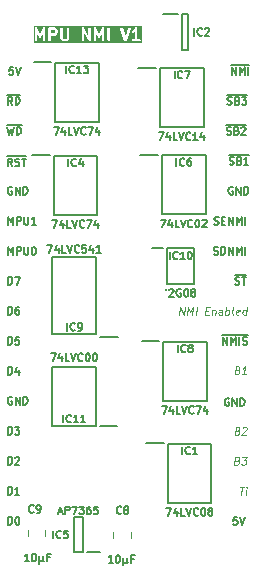
<source format=gto>
%TF.GenerationSoftware,KiCad,Pcbnew,8.0.7*%
%TF.CreationDate,2025-01-12T20:42:12+02:00*%
%TF.ProjectId,HCP65 MPU NMI,48435036-3520-44d5-9055-204e4d492e6b,V1*%
%TF.SameCoordinates,Original*%
%TF.FileFunction,Legend,Top*%
%TF.FilePolarity,Positive*%
%FSLAX46Y46*%
G04 Gerber Fmt 4.6, Leading zero omitted, Abs format (unit mm)*
G04 Created by KiCad (PCBNEW 8.0.7) date 2025-01-12 20:42:12*
%MOMM*%
%LPD*%
G01*
G04 APERTURE LIST*
%ADD10C,0.150000*%
%ADD11C,0.100000*%
%ADD12C,0.200000*%
%ADD13C,0.120000*%
G04 APERTURE END LIST*
D10*
X1822255Y349036D02*
X1519874Y349036D01*
X1519874Y349036D02*
X1489636Y46655D01*
X1489636Y46655D02*
X1519874Y76894D01*
X1519874Y76894D02*
X1580350Y107132D01*
X1580350Y107132D02*
X1731541Y107132D01*
X1731541Y107132D02*
X1792017Y76894D01*
X1792017Y76894D02*
X1822255Y46655D01*
X1822255Y46655D02*
X1852493Y-13820D01*
X1852493Y-13820D02*
X1852493Y-165010D01*
X1852493Y-165010D02*
X1822255Y-225486D01*
X1822255Y-225486D02*
X1792017Y-255725D01*
X1792017Y-255725D02*
X1731541Y-285963D01*
X1731541Y-285963D02*
X1580350Y-285963D01*
X1580350Y-285963D02*
X1519874Y-255725D01*
X1519874Y-255725D02*
X1489636Y-225486D01*
X2033922Y349036D02*
X2245588Y-285963D01*
X2245588Y-285963D02*
X2457255Y349036D01*
X1392874Y-35845963D02*
X1392874Y-35210963D01*
X1392874Y-35210963D02*
X1544064Y-35210963D01*
X1544064Y-35210963D02*
X1634779Y-35241201D01*
X1634779Y-35241201D02*
X1695255Y-35301677D01*
X1695255Y-35301677D02*
X1725493Y-35362153D01*
X1725493Y-35362153D02*
X1755731Y-35483105D01*
X1755731Y-35483105D02*
X1755731Y-35573820D01*
X1755731Y-35573820D02*
X1725493Y-35694772D01*
X1725493Y-35694772D02*
X1695255Y-35755248D01*
X1695255Y-35755248D02*
X1634779Y-35815725D01*
X1634779Y-35815725D02*
X1544064Y-35845963D01*
X1544064Y-35845963D02*
X1392874Y-35845963D01*
X2360493Y-35845963D02*
X1997636Y-35845963D01*
X2179064Y-35845963D02*
X2179064Y-35210963D01*
X2179064Y-35210963D02*
X2118588Y-35301677D01*
X2118588Y-35301677D02*
X2058112Y-35362153D01*
X2058112Y-35362153D02*
X1997636Y-35392391D01*
X20795839Y-37750963D02*
X20493458Y-37750963D01*
X20493458Y-37750963D02*
X20463220Y-38053344D01*
X20463220Y-38053344D02*
X20493458Y-38023105D01*
X20493458Y-38023105D02*
X20553934Y-37992867D01*
X20553934Y-37992867D02*
X20705125Y-37992867D01*
X20705125Y-37992867D02*
X20765601Y-38023105D01*
X20765601Y-38023105D02*
X20795839Y-38053344D01*
X20795839Y-38053344D02*
X20826077Y-38113820D01*
X20826077Y-38113820D02*
X20826077Y-38265010D01*
X20826077Y-38265010D02*
X20795839Y-38325486D01*
X20795839Y-38325486D02*
X20765601Y-38355725D01*
X20765601Y-38355725D02*
X20705125Y-38385963D01*
X20705125Y-38385963D02*
X20553934Y-38385963D01*
X20553934Y-38385963D02*
X20493458Y-38355725D01*
X20493458Y-38355725D02*
X20463220Y-38325486D01*
X21007506Y-37750963D02*
X21219172Y-38385963D01*
X21219172Y-38385963D02*
X21430839Y-37750963D01*
D11*
X15897353Y-20608563D02*
X15976728Y-19973563D01*
X15976728Y-19973563D02*
X16260210Y-20608563D01*
X16260210Y-20608563D02*
X16339585Y-19973563D01*
X16562591Y-20608563D02*
X16641966Y-19973563D01*
X16641966Y-19973563D02*
X16796936Y-20427134D01*
X16796936Y-20427134D02*
X17065300Y-19973563D01*
X17065300Y-19973563D02*
X16985925Y-20608563D01*
X17288305Y-20608563D02*
X17367680Y-19973563D01*
X18116074Y-20275944D02*
X18327740Y-20275944D01*
X18376877Y-20608563D02*
X18074496Y-20608563D01*
X18074496Y-20608563D02*
X18153871Y-19973563D01*
X18153871Y-19973563D02*
X18456252Y-19973563D01*
X18701937Y-20185229D02*
X18649020Y-20608563D01*
X18694377Y-20245705D02*
X18728395Y-20215467D01*
X18728395Y-20215467D02*
X18792651Y-20185229D01*
X18792651Y-20185229D02*
X18883365Y-20185229D01*
X18883365Y-20185229D02*
X18940062Y-20215467D01*
X18940062Y-20215467D02*
X18962740Y-20275944D01*
X18962740Y-20275944D02*
X18921163Y-20608563D01*
X19495687Y-20608563D02*
X19537264Y-20275944D01*
X19537264Y-20275944D02*
X19514586Y-20215467D01*
X19514586Y-20215467D02*
X19457889Y-20185229D01*
X19457889Y-20185229D02*
X19336937Y-20185229D01*
X19336937Y-20185229D02*
X19272681Y-20215467D01*
X19499467Y-20578325D02*
X19435211Y-20608563D01*
X19435211Y-20608563D02*
X19284020Y-20608563D01*
X19284020Y-20608563D02*
X19227324Y-20578325D01*
X19227324Y-20578325D02*
X19204645Y-20517848D01*
X19204645Y-20517848D02*
X19212205Y-20457372D01*
X19212205Y-20457372D02*
X19250003Y-20396896D01*
X19250003Y-20396896D02*
X19314259Y-20366658D01*
X19314259Y-20366658D02*
X19465449Y-20366658D01*
X19465449Y-20366658D02*
X19529705Y-20336420D01*
X19798068Y-20608563D02*
X19877443Y-19973563D01*
X19847205Y-20215467D02*
X19911461Y-20185229D01*
X19911461Y-20185229D02*
X20032413Y-20185229D01*
X20032413Y-20185229D02*
X20089110Y-20215467D01*
X20089110Y-20215467D02*
X20115568Y-20245705D01*
X20115568Y-20245705D02*
X20138247Y-20306182D01*
X20138247Y-20306182D02*
X20115568Y-20487610D01*
X20115568Y-20487610D02*
X20077771Y-20548086D01*
X20077771Y-20548086D02*
X20043753Y-20578325D01*
X20043753Y-20578325D02*
X19979497Y-20608563D01*
X19979497Y-20608563D02*
X19858544Y-20608563D01*
X19858544Y-20608563D02*
X19801848Y-20578325D01*
X20463307Y-20608563D02*
X20406610Y-20578325D01*
X20406610Y-20578325D02*
X20383932Y-20517848D01*
X20383932Y-20517848D02*
X20451967Y-19973563D01*
X20950896Y-20578325D02*
X20886640Y-20608563D01*
X20886640Y-20608563D02*
X20765687Y-20608563D01*
X20765687Y-20608563D02*
X20708991Y-20578325D01*
X20708991Y-20578325D02*
X20686312Y-20517848D01*
X20686312Y-20517848D02*
X20716551Y-20275944D01*
X20716551Y-20275944D02*
X20754348Y-20215467D01*
X20754348Y-20215467D02*
X20818604Y-20185229D01*
X20818604Y-20185229D02*
X20939556Y-20185229D01*
X20939556Y-20185229D02*
X20996253Y-20215467D01*
X20996253Y-20215467D02*
X21018931Y-20275944D01*
X21018931Y-20275944D02*
X21011372Y-20336420D01*
X21011372Y-20336420D02*
X20701431Y-20396896D01*
X21521640Y-20608563D02*
X21601015Y-19973563D01*
X21525420Y-20578325D02*
X21461164Y-20608563D01*
X21461164Y-20608563D02*
X21340212Y-20608563D01*
X21340212Y-20608563D02*
X21283515Y-20578325D01*
X21283515Y-20578325D02*
X21257057Y-20548086D01*
X21257057Y-20548086D02*
X21234378Y-20487610D01*
X21234378Y-20487610D02*
X21257057Y-20306182D01*
X21257057Y-20306182D02*
X21294854Y-20245705D01*
X21294854Y-20245705D02*
X21328872Y-20215467D01*
X21328872Y-20215467D02*
X21393128Y-20185229D01*
X21393128Y-20185229D02*
X21514081Y-20185229D01*
X21514081Y-20185229D02*
X21570777Y-20215467D01*
D10*
X20625296Y-18035725D02*
X20716010Y-18065963D01*
X20716010Y-18065963D02*
X20867201Y-18065963D01*
X20867201Y-18065963D02*
X20927677Y-18035725D01*
X20927677Y-18035725D02*
X20957915Y-18005486D01*
X20957915Y-18005486D02*
X20988153Y-17945010D01*
X20988153Y-17945010D02*
X20988153Y-17884534D01*
X20988153Y-17884534D02*
X20957915Y-17824058D01*
X20957915Y-17824058D02*
X20927677Y-17793820D01*
X20927677Y-17793820D02*
X20867201Y-17763582D01*
X20867201Y-17763582D02*
X20746248Y-17733344D01*
X20746248Y-17733344D02*
X20685772Y-17703105D01*
X20685772Y-17703105D02*
X20655534Y-17672867D01*
X20655534Y-17672867D02*
X20625296Y-17612391D01*
X20625296Y-17612391D02*
X20625296Y-17551915D01*
X20625296Y-17551915D02*
X20655534Y-17491439D01*
X20655534Y-17491439D02*
X20685772Y-17461201D01*
X20685772Y-17461201D02*
X20746248Y-17430963D01*
X20746248Y-17430963D02*
X20897439Y-17430963D01*
X20897439Y-17430963D02*
X20988153Y-17461201D01*
X21169582Y-17430963D02*
X21532439Y-17430963D01*
X21351010Y-18065963D02*
X21351010Y-17430963D01*
X20567844Y-17254675D02*
X21529416Y-17254675D01*
X20148744Y-7875725D02*
X20239458Y-7905963D01*
X20239458Y-7905963D02*
X20390649Y-7905963D01*
X20390649Y-7905963D02*
X20451125Y-7875725D01*
X20451125Y-7875725D02*
X20481363Y-7845486D01*
X20481363Y-7845486D02*
X20511601Y-7785010D01*
X20511601Y-7785010D02*
X20511601Y-7724534D01*
X20511601Y-7724534D02*
X20481363Y-7664058D01*
X20481363Y-7664058D02*
X20451125Y-7633820D01*
X20451125Y-7633820D02*
X20390649Y-7603582D01*
X20390649Y-7603582D02*
X20269696Y-7573344D01*
X20269696Y-7573344D02*
X20209220Y-7543105D01*
X20209220Y-7543105D02*
X20178982Y-7512867D01*
X20178982Y-7512867D02*
X20148744Y-7452391D01*
X20148744Y-7452391D02*
X20148744Y-7391915D01*
X20148744Y-7391915D02*
X20178982Y-7331439D01*
X20178982Y-7331439D02*
X20209220Y-7301201D01*
X20209220Y-7301201D02*
X20269696Y-7270963D01*
X20269696Y-7270963D02*
X20420887Y-7270963D01*
X20420887Y-7270963D02*
X20511601Y-7301201D01*
X20995411Y-7573344D02*
X21086125Y-7603582D01*
X21086125Y-7603582D02*
X21116363Y-7633820D01*
X21116363Y-7633820D02*
X21146601Y-7694296D01*
X21146601Y-7694296D02*
X21146601Y-7785010D01*
X21146601Y-7785010D02*
X21116363Y-7845486D01*
X21116363Y-7845486D02*
X21086125Y-7875725D01*
X21086125Y-7875725D02*
X21025649Y-7905963D01*
X21025649Y-7905963D02*
X20783744Y-7905963D01*
X20783744Y-7905963D02*
X20783744Y-7270963D01*
X20783744Y-7270963D02*
X20995411Y-7270963D01*
X20995411Y-7270963D02*
X21055887Y-7301201D01*
X21055887Y-7301201D02*
X21086125Y-7331439D01*
X21086125Y-7331439D02*
X21116363Y-7391915D01*
X21116363Y-7391915D02*
X21116363Y-7452391D01*
X21116363Y-7452391D02*
X21086125Y-7512867D01*
X21086125Y-7512867D02*
X21055887Y-7543105D01*
X21055887Y-7543105D02*
X20995411Y-7573344D01*
X20995411Y-7573344D02*
X20783744Y-7573344D01*
X21751363Y-7905963D02*
X21388506Y-7905963D01*
X21569934Y-7905963D02*
X21569934Y-7270963D01*
X21569934Y-7270963D02*
X21509458Y-7361677D01*
X21509458Y-7361677D02*
X21448982Y-7422153D01*
X21448982Y-7422153D02*
X21388506Y-7452391D01*
X20091292Y-7094675D02*
X21808816Y-7094675D01*
X1392874Y-20605963D02*
X1392874Y-19970963D01*
X1392874Y-19970963D02*
X1544064Y-19970963D01*
X1544064Y-19970963D02*
X1634779Y-20001201D01*
X1634779Y-20001201D02*
X1695255Y-20061677D01*
X1695255Y-20061677D02*
X1725493Y-20122153D01*
X1725493Y-20122153D02*
X1755731Y-20243105D01*
X1755731Y-20243105D02*
X1755731Y-20333820D01*
X1755731Y-20333820D02*
X1725493Y-20454772D01*
X1725493Y-20454772D02*
X1695255Y-20515248D01*
X1695255Y-20515248D02*
X1634779Y-20575725D01*
X1634779Y-20575725D02*
X1544064Y-20605963D01*
X1544064Y-20605963D02*
X1392874Y-20605963D01*
X2300017Y-19970963D02*
X2179064Y-19970963D01*
X2179064Y-19970963D02*
X2118588Y-20001201D01*
X2118588Y-20001201D02*
X2088350Y-20031439D01*
X2088350Y-20031439D02*
X2027874Y-20122153D01*
X2027874Y-20122153D02*
X1997636Y-20243105D01*
X1997636Y-20243105D02*
X1997636Y-20485010D01*
X1997636Y-20485010D02*
X2027874Y-20545486D01*
X2027874Y-20545486D02*
X2058112Y-20575725D01*
X2058112Y-20575725D02*
X2118588Y-20605963D01*
X2118588Y-20605963D02*
X2239541Y-20605963D01*
X2239541Y-20605963D02*
X2300017Y-20575725D01*
X2300017Y-20575725D02*
X2330255Y-20545486D01*
X2330255Y-20545486D02*
X2360493Y-20485010D01*
X2360493Y-20485010D02*
X2360493Y-20333820D01*
X2360493Y-20333820D02*
X2330255Y-20273344D01*
X2330255Y-20273344D02*
X2300017Y-20243105D01*
X2300017Y-20243105D02*
X2239541Y-20212867D01*
X2239541Y-20212867D02*
X2118588Y-20212867D01*
X2118588Y-20212867D02*
X2058112Y-20243105D01*
X2058112Y-20243105D02*
X2027874Y-20273344D01*
X2027874Y-20273344D02*
X1997636Y-20333820D01*
D11*
X20812103Y-32975944D02*
X20899038Y-33006182D01*
X20899038Y-33006182D02*
X20925496Y-33036420D01*
X20925496Y-33036420D02*
X20948175Y-33096896D01*
X20948175Y-33096896D02*
X20936835Y-33187610D01*
X20936835Y-33187610D02*
X20899038Y-33248086D01*
X20899038Y-33248086D02*
X20865020Y-33278325D01*
X20865020Y-33278325D02*
X20800764Y-33308563D01*
X20800764Y-33308563D02*
X20558859Y-33308563D01*
X20558859Y-33308563D02*
X20638234Y-32673563D01*
X20638234Y-32673563D02*
X20849901Y-32673563D01*
X20849901Y-32673563D02*
X20906597Y-32703801D01*
X20906597Y-32703801D02*
X20933056Y-32734039D01*
X20933056Y-32734039D02*
X20955734Y-32794515D01*
X20955734Y-32794515D02*
X20948175Y-32854991D01*
X20948175Y-32854991D02*
X20910377Y-32915467D01*
X20910377Y-32915467D02*
X20876359Y-32945705D01*
X20876359Y-32945705D02*
X20812103Y-32975944D01*
X20812103Y-32975944D02*
X20600437Y-32975944D01*
X21212758Y-32673563D02*
X21605853Y-32673563D01*
X21605853Y-32673563D02*
X21363949Y-32915467D01*
X21363949Y-32915467D02*
X21454663Y-32915467D01*
X21454663Y-32915467D02*
X21511359Y-32945705D01*
X21511359Y-32945705D02*
X21537818Y-32975944D01*
X21537818Y-32975944D02*
X21560496Y-33036420D01*
X21560496Y-33036420D02*
X21541597Y-33187610D01*
X21541597Y-33187610D02*
X21503800Y-33248086D01*
X21503800Y-33248086D02*
X21469782Y-33278325D01*
X21469782Y-33278325D02*
X21405526Y-33308563D01*
X21405526Y-33308563D02*
X21224097Y-33308563D01*
X21224097Y-33308563D02*
X21167401Y-33278325D01*
X21167401Y-33278325D02*
X21140943Y-33248086D01*
X20837503Y-25305144D02*
X20924438Y-25335382D01*
X20924438Y-25335382D02*
X20950896Y-25365620D01*
X20950896Y-25365620D02*
X20973575Y-25426096D01*
X20973575Y-25426096D02*
X20962235Y-25516810D01*
X20962235Y-25516810D02*
X20924438Y-25577286D01*
X20924438Y-25577286D02*
X20890420Y-25607525D01*
X20890420Y-25607525D02*
X20826164Y-25637763D01*
X20826164Y-25637763D02*
X20584259Y-25637763D01*
X20584259Y-25637763D02*
X20663634Y-25002763D01*
X20663634Y-25002763D02*
X20875301Y-25002763D01*
X20875301Y-25002763D02*
X20931997Y-25033001D01*
X20931997Y-25033001D02*
X20958456Y-25063239D01*
X20958456Y-25063239D02*
X20981134Y-25123715D01*
X20981134Y-25123715D02*
X20973575Y-25184191D01*
X20973575Y-25184191D02*
X20935777Y-25244667D01*
X20935777Y-25244667D02*
X20901759Y-25274905D01*
X20901759Y-25274905D02*
X20837503Y-25305144D01*
X20837503Y-25305144D02*
X20625837Y-25305144D01*
X21551878Y-25637763D02*
X21189021Y-25637763D01*
X21370450Y-25637763D02*
X21449825Y-25002763D01*
X21449825Y-25002763D02*
X21378009Y-25093477D01*
X21378009Y-25093477D02*
X21309974Y-25153953D01*
X21309974Y-25153953D02*
X21245718Y-25184191D01*
X21026491Y-35213563D02*
X21389348Y-35213563D01*
X21128545Y-35848563D02*
X21207920Y-35213563D01*
X21521640Y-35848563D02*
X21574557Y-35425229D01*
X21601015Y-35213563D02*
X21566997Y-35243801D01*
X21566997Y-35243801D02*
X21593456Y-35274039D01*
X21593456Y-35274039D02*
X21627474Y-35243801D01*
X21627474Y-35243801D02*
X21601015Y-35213563D01*
X21601015Y-35213563D02*
X21593456Y-35274039D01*
D10*
X20420887Y-9841201D02*
X20360411Y-9810963D01*
X20360411Y-9810963D02*
X20269697Y-9810963D01*
X20269697Y-9810963D02*
X20178982Y-9841201D01*
X20178982Y-9841201D02*
X20118506Y-9901677D01*
X20118506Y-9901677D02*
X20088268Y-9962153D01*
X20088268Y-9962153D02*
X20058030Y-10083105D01*
X20058030Y-10083105D02*
X20058030Y-10173820D01*
X20058030Y-10173820D02*
X20088268Y-10294772D01*
X20088268Y-10294772D02*
X20118506Y-10355248D01*
X20118506Y-10355248D02*
X20178982Y-10415725D01*
X20178982Y-10415725D02*
X20269697Y-10445963D01*
X20269697Y-10445963D02*
X20330173Y-10445963D01*
X20330173Y-10445963D02*
X20420887Y-10415725D01*
X20420887Y-10415725D02*
X20451125Y-10385486D01*
X20451125Y-10385486D02*
X20451125Y-10173820D01*
X20451125Y-10173820D02*
X20330173Y-10173820D01*
X20723268Y-10445963D02*
X20723268Y-9810963D01*
X20723268Y-9810963D02*
X21086125Y-10445963D01*
X21086125Y-10445963D02*
X21086125Y-9810963D01*
X21388506Y-10445963D02*
X21388506Y-9810963D01*
X21388506Y-9810963D02*
X21539696Y-9810963D01*
X21539696Y-9810963D02*
X21630411Y-9841201D01*
X21630411Y-9841201D02*
X21690887Y-9901677D01*
X21690887Y-9901677D02*
X21721125Y-9962153D01*
X21721125Y-9962153D02*
X21751363Y-10083105D01*
X21751363Y-10083105D02*
X21751363Y-10173820D01*
X21751363Y-10173820D02*
X21721125Y-10294772D01*
X21721125Y-10294772D02*
X21690887Y-10355248D01*
X21690887Y-10355248D02*
X21630411Y-10415725D01*
X21630411Y-10415725D02*
X21539696Y-10445963D01*
X21539696Y-10445963D02*
X21388506Y-10445963D01*
X1725493Y-27621201D02*
X1665017Y-27590963D01*
X1665017Y-27590963D02*
X1574303Y-27590963D01*
X1574303Y-27590963D02*
X1483588Y-27621201D01*
X1483588Y-27621201D02*
X1423112Y-27681677D01*
X1423112Y-27681677D02*
X1392874Y-27742153D01*
X1392874Y-27742153D02*
X1362636Y-27863105D01*
X1362636Y-27863105D02*
X1362636Y-27953820D01*
X1362636Y-27953820D02*
X1392874Y-28074772D01*
X1392874Y-28074772D02*
X1423112Y-28135248D01*
X1423112Y-28135248D02*
X1483588Y-28195725D01*
X1483588Y-28195725D02*
X1574303Y-28225963D01*
X1574303Y-28225963D02*
X1634779Y-28225963D01*
X1634779Y-28225963D02*
X1725493Y-28195725D01*
X1725493Y-28195725D02*
X1755731Y-28165486D01*
X1755731Y-28165486D02*
X1755731Y-27953820D01*
X1755731Y-27953820D02*
X1634779Y-27953820D01*
X2027874Y-28225963D02*
X2027874Y-27590963D01*
X2027874Y-27590963D02*
X2390731Y-28225963D01*
X2390731Y-28225963D02*
X2390731Y-27590963D01*
X2693112Y-28225963D02*
X2693112Y-27590963D01*
X2693112Y-27590963D02*
X2844302Y-27590963D01*
X2844302Y-27590963D02*
X2935017Y-27621201D01*
X2935017Y-27621201D02*
X2995493Y-27681677D01*
X2995493Y-27681677D02*
X3025731Y-27742153D01*
X3025731Y-27742153D02*
X3055969Y-27863105D01*
X3055969Y-27863105D02*
X3055969Y-27953820D01*
X3055969Y-27953820D02*
X3025731Y-28074772D01*
X3025731Y-28074772D02*
X2995493Y-28135248D01*
X2995493Y-28135248D02*
X2935017Y-28195725D01*
X2935017Y-28195725D02*
X2844302Y-28225963D01*
X2844302Y-28225963D02*
X2693112Y-28225963D01*
X1392874Y-25685963D02*
X1392874Y-25050963D01*
X1392874Y-25050963D02*
X1544064Y-25050963D01*
X1544064Y-25050963D02*
X1634779Y-25081201D01*
X1634779Y-25081201D02*
X1695255Y-25141677D01*
X1695255Y-25141677D02*
X1725493Y-25202153D01*
X1725493Y-25202153D02*
X1755731Y-25323105D01*
X1755731Y-25323105D02*
X1755731Y-25413820D01*
X1755731Y-25413820D02*
X1725493Y-25534772D01*
X1725493Y-25534772D02*
X1695255Y-25595248D01*
X1695255Y-25595248D02*
X1634779Y-25655725D01*
X1634779Y-25655725D02*
X1544064Y-25685963D01*
X1544064Y-25685963D02*
X1392874Y-25685963D01*
X2300017Y-25262629D02*
X2300017Y-25685963D01*
X2148826Y-25020725D02*
X1997636Y-25474296D01*
X1997636Y-25474296D02*
X2390731Y-25474296D01*
X1392874Y-38385963D02*
X1392874Y-37750963D01*
X1392874Y-37750963D02*
X1544064Y-37750963D01*
X1544064Y-37750963D02*
X1634779Y-37781201D01*
X1634779Y-37781201D02*
X1695255Y-37841677D01*
X1695255Y-37841677D02*
X1725493Y-37902153D01*
X1725493Y-37902153D02*
X1755731Y-38023105D01*
X1755731Y-38023105D02*
X1755731Y-38113820D01*
X1755731Y-38113820D02*
X1725493Y-38234772D01*
X1725493Y-38234772D02*
X1695255Y-38295248D01*
X1695255Y-38295248D02*
X1634779Y-38355725D01*
X1634779Y-38355725D02*
X1544064Y-38385963D01*
X1544064Y-38385963D02*
X1392874Y-38385963D01*
X2148826Y-37750963D02*
X2209303Y-37750963D01*
X2209303Y-37750963D02*
X2269779Y-37781201D01*
X2269779Y-37781201D02*
X2300017Y-37811439D01*
X2300017Y-37811439D02*
X2330255Y-37871915D01*
X2330255Y-37871915D02*
X2360493Y-37992867D01*
X2360493Y-37992867D02*
X2360493Y-38144058D01*
X2360493Y-38144058D02*
X2330255Y-38265010D01*
X2330255Y-38265010D02*
X2300017Y-38325486D01*
X2300017Y-38325486D02*
X2269779Y-38355725D01*
X2269779Y-38355725D02*
X2209303Y-38385963D01*
X2209303Y-38385963D02*
X2148826Y-38385963D01*
X2148826Y-38385963D02*
X2088350Y-38355725D01*
X2088350Y-38355725D02*
X2058112Y-38325486D01*
X2058112Y-38325486D02*
X2027874Y-38265010D01*
X2027874Y-38265010D02*
X1997636Y-38144058D01*
X1997636Y-38144058D02*
X1997636Y-37992867D01*
X1997636Y-37992867D02*
X2027874Y-37871915D01*
X2027874Y-37871915D02*
X2058112Y-37811439D01*
X2058112Y-37811439D02*
X2088350Y-37781201D01*
X2088350Y-37781201D02*
X2148826Y-37750963D01*
X18866649Y-12955725D02*
X18957363Y-12985963D01*
X18957363Y-12985963D02*
X19108554Y-12985963D01*
X19108554Y-12985963D02*
X19169030Y-12955725D01*
X19169030Y-12955725D02*
X19199268Y-12925486D01*
X19199268Y-12925486D02*
X19229506Y-12865010D01*
X19229506Y-12865010D02*
X19229506Y-12804534D01*
X19229506Y-12804534D02*
X19199268Y-12744058D01*
X19199268Y-12744058D02*
X19169030Y-12713820D01*
X19169030Y-12713820D02*
X19108554Y-12683582D01*
X19108554Y-12683582D02*
X18987601Y-12653344D01*
X18987601Y-12653344D02*
X18927125Y-12623105D01*
X18927125Y-12623105D02*
X18896887Y-12592867D01*
X18896887Y-12592867D02*
X18866649Y-12532391D01*
X18866649Y-12532391D02*
X18866649Y-12471915D01*
X18866649Y-12471915D02*
X18896887Y-12411439D01*
X18896887Y-12411439D02*
X18927125Y-12381201D01*
X18927125Y-12381201D02*
X18987601Y-12350963D01*
X18987601Y-12350963D02*
X19138792Y-12350963D01*
X19138792Y-12350963D02*
X19229506Y-12381201D01*
X19501649Y-12653344D02*
X19713316Y-12653344D01*
X19804030Y-12985963D02*
X19501649Y-12985963D01*
X19501649Y-12985963D02*
X19501649Y-12350963D01*
X19501649Y-12350963D02*
X19804030Y-12350963D01*
X20076173Y-12985963D02*
X20076173Y-12350963D01*
X20076173Y-12350963D02*
X20439030Y-12985963D01*
X20439030Y-12985963D02*
X20439030Y-12350963D01*
X20741411Y-12985963D02*
X20741411Y-12350963D01*
X20741411Y-12350963D02*
X20953078Y-12804534D01*
X20953078Y-12804534D02*
X21164744Y-12350963D01*
X21164744Y-12350963D02*
X21164744Y-12985963D01*
X21467125Y-12985963D02*
X21467125Y-12350963D01*
X1392874Y-18065963D02*
X1392874Y-17430963D01*
X1392874Y-17430963D02*
X1544064Y-17430963D01*
X1544064Y-17430963D02*
X1634779Y-17461201D01*
X1634779Y-17461201D02*
X1695255Y-17521677D01*
X1695255Y-17521677D02*
X1725493Y-17582153D01*
X1725493Y-17582153D02*
X1755731Y-17703105D01*
X1755731Y-17703105D02*
X1755731Y-17793820D01*
X1755731Y-17793820D02*
X1725493Y-17914772D01*
X1725493Y-17914772D02*
X1695255Y-17975248D01*
X1695255Y-17975248D02*
X1634779Y-18035725D01*
X1634779Y-18035725D02*
X1544064Y-18065963D01*
X1544064Y-18065963D02*
X1392874Y-18065963D01*
X1967398Y-17430963D02*
X2390731Y-17430963D01*
X2390731Y-17430963D02*
X2118588Y-18065963D01*
D11*
X20837503Y-30435944D02*
X20924438Y-30466182D01*
X20924438Y-30466182D02*
X20950896Y-30496420D01*
X20950896Y-30496420D02*
X20973575Y-30556896D01*
X20973575Y-30556896D02*
X20962235Y-30647610D01*
X20962235Y-30647610D02*
X20924438Y-30708086D01*
X20924438Y-30708086D02*
X20890420Y-30738325D01*
X20890420Y-30738325D02*
X20826164Y-30768563D01*
X20826164Y-30768563D02*
X20584259Y-30768563D01*
X20584259Y-30768563D02*
X20663634Y-30133563D01*
X20663634Y-30133563D02*
X20875301Y-30133563D01*
X20875301Y-30133563D02*
X20931997Y-30163801D01*
X20931997Y-30163801D02*
X20958456Y-30194039D01*
X20958456Y-30194039D02*
X20981134Y-30254515D01*
X20981134Y-30254515D02*
X20973575Y-30314991D01*
X20973575Y-30314991D02*
X20935777Y-30375467D01*
X20935777Y-30375467D02*
X20901759Y-30405705D01*
X20901759Y-30405705D02*
X20837503Y-30435944D01*
X20837503Y-30435944D02*
X20625837Y-30435944D01*
X21260837Y-30194039D02*
X21294854Y-30163801D01*
X21294854Y-30163801D02*
X21359110Y-30133563D01*
X21359110Y-30133563D02*
X21510301Y-30133563D01*
X21510301Y-30133563D02*
X21566997Y-30163801D01*
X21566997Y-30163801D02*
X21593456Y-30194039D01*
X21593456Y-30194039D02*
X21616134Y-30254515D01*
X21616134Y-30254515D02*
X21608575Y-30314991D01*
X21608575Y-30314991D02*
X21566997Y-30405705D01*
X21566997Y-30405705D02*
X21158783Y-30768563D01*
X21158783Y-30768563D02*
X21551878Y-30768563D01*
D10*
X1392874Y-15525963D02*
X1392874Y-14890963D01*
X1392874Y-14890963D02*
X1604541Y-15344534D01*
X1604541Y-15344534D02*
X1816207Y-14890963D01*
X1816207Y-14890963D02*
X1816207Y-15525963D01*
X2118588Y-15525963D02*
X2118588Y-14890963D01*
X2118588Y-14890963D02*
X2360493Y-14890963D01*
X2360493Y-14890963D02*
X2420969Y-14921201D01*
X2420969Y-14921201D02*
X2451207Y-14951439D01*
X2451207Y-14951439D02*
X2481445Y-15011915D01*
X2481445Y-15011915D02*
X2481445Y-15102629D01*
X2481445Y-15102629D02*
X2451207Y-15163105D01*
X2451207Y-15163105D02*
X2420969Y-15193344D01*
X2420969Y-15193344D02*
X2360493Y-15223582D01*
X2360493Y-15223582D02*
X2118588Y-15223582D01*
X2753588Y-14890963D02*
X2753588Y-15405010D01*
X2753588Y-15405010D02*
X2783826Y-15465486D01*
X2783826Y-15465486D02*
X2814064Y-15495725D01*
X2814064Y-15495725D02*
X2874540Y-15525963D01*
X2874540Y-15525963D02*
X2995493Y-15525963D01*
X2995493Y-15525963D02*
X3055969Y-15495725D01*
X3055969Y-15495725D02*
X3086207Y-15465486D01*
X3086207Y-15465486D02*
X3116445Y-15405010D01*
X3116445Y-15405010D02*
X3116445Y-14890963D01*
X3539778Y-14890963D02*
X3600255Y-14890963D01*
X3600255Y-14890963D02*
X3660731Y-14921201D01*
X3660731Y-14921201D02*
X3690969Y-14951439D01*
X3690969Y-14951439D02*
X3721207Y-15011915D01*
X3721207Y-15011915D02*
X3751445Y-15132867D01*
X3751445Y-15132867D02*
X3751445Y-15284058D01*
X3751445Y-15284058D02*
X3721207Y-15405010D01*
X3721207Y-15405010D02*
X3690969Y-15465486D01*
X3690969Y-15465486D02*
X3660731Y-15495725D01*
X3660731Y-15495725D02*
X3600255Y-15525963D01*
X3600255Y-15525963D02*
X3539778Y-15525963D01*
X3539778Y-15525963D02*
X3479302Y-15495725D01*
X3479302Y-15495725D02*
X3449064Y-15465486D01*
X3449064Y-15465486D02*
X3418826Y-15405010D01*
X3418826Y-15405010D02*
X3388588Y-15284058D01*
X3388588Y-15284058D02*
X3388588Y-15132867D01*
X3388588Y-15132867D02*
X3418826Y-15011915D01*
X3418826Y-15011915D02*
X3449064Y-14951439D01*
X3449064Y-14951439D02*
X3479302Y-14921201D01*
X3479302Y-14921201D02*
X3539778Y-14890963D01*
X1392874Y-23145963D02*
X1392874Y-22510963D01*
X1392874Y-22510963D02*
X1544064Y-22510963D01*
X1544064Y-22510963D02*
X1634779Y-22541201D01*
X1634779Y-22541201D02*
X1695255Y-22601677D01*
X1695255Y-22601677D02*
X1725493Y-22662153D01*
X1725493Y-22662153D02*
X1755731Y-22783105D01*
X1755731Y-22783105D02*
X1755731Y-22873820D01*
X1755731Y-22873820D02*
X1725493Y-22994772D01*
X1725493Y-22994772D02*
X1695255Y-23055248D01*
X1695255Y-23055248D02*
X1634779Y-23115725D01*
X1634779Y-23115725D02*
X1544064Y-23145963D01*
X1544064Y-23145963D02*
X1392874Y-23145963D01*
X2330255Y-22510963D02*
X2027874Y-22510963D01*
X2027874Y-22510963D02*
X1997636Y-22813344D01*
X1997636Y-22813344D02*
X2027874Y-22783105D01*
X2027874Y-22783105D02*
X2088350Y-22752867D01*
X2088350Y-22752867D02*
X2239541Y-22752867D01*
X2239541Y-22752867D02*
X2300017Y-22783105D01*
X2300017Y-22783105D02*
X2330255Y-22813344D01*
X2330255Y-22813344D02*
X2360493Y-22873820D01*
X2360493Y-22873820D02*
X2360493Y-23025010D01*
X2360493Y-23025010D02*
X2330255Y-23085486D01*
X2330255Y-23085486D02*
X2300017Y-23115725D01*
X2300017Y-23115725D02*
X2239541Y-23145963D01*
X2239541Y-23145963D02*
X2088350Y-23145963D01*
X2088350Y-23145963D02*
X2027874Y-23115725D01*
X2027874Y-23115725D02*
X1997636Y-23085486D01*
X1755731Y-2825963D02*
X1544064Y-2523582D01*
X1392874Y-2825963D02*
X1392874Y-2190963D01*
X1392874Y-2190963D02*
X1634779Y-2190963D01*
X1634779Y-2190963D02*
X1695255Y-2221201D01*
X1695255Y-2221201D02*
X1725493Y-2251439D01*
X1725493Y-2251439D02*
X1755731Y-2311915D01*
X1755731Y-2311915D02*
X1755731Y-2402629D01*
X1755731Y-2402629D02*
X1725493Y-2463105D01*
X1725493Y-2463105D02*
X1695255Y-2493344D01*
X1695255Y-2493344D02*
X1634779Y-2523582D01*
X1634779Y-2523582D02*
X1392874Y-2523582D01*
X2027874Y-2825963D02*
X2027874Y-2190963D01*
X2027874Y-2190963D02*
X2179064Y-2190963D01*
X2179064Y-2190963D02*
X2269779Y-2221201D01*
X2269779Y-2221201D02*
X2330255Y-2281677D01*
X2330255Y-2281677D02*
X2360493Y-2342153D01*
X2360493Y-2342153D02*
X2390731Y-2463105D01*
X2390731Y-2463105D02*
X2390731Y-2553820D01*
X2390731Y-2553820D02*
X2360493Y-2674772D01*
X2360493Y-2674772D02*
X2330255Y-2735248D01*
X2330255Y-2735248D02*
X2269779Y-2795725D01*
X2269779Y-2795725D02*
X2179064Y-2825963D01*
X2179064Y-2825963D02*
X2027874Y-2825963D01*
X1305184Y-2014675D02*
X2448184Y-2014675D01*
X19970944Y-2795725D02*
X20061658Y-2825963D01*
X20061658Y-2825963D02*
X20212849Y-2825963D01*
X20212849Y-2825963D02*
X20273325Y-2795725D01*
X20273325Y-2795725D02*
X20303563Y-2765486D01*
X20303563Y-2765486D02*
X20333801Y-2705010D01*
X20333801Y-2705010D02*
X20333801Y-2644534D01*
X20333801Y-2644534D02*
X20303563Y-2584058D01*
X20303563Y-2584058D02*
X20273325Y-2553820D01*
X20273325Y-2553820D02*
X20212849Y-2523582D01*
X20212849Y-2523582D02*
X20091896Y-2493344D01*
X20091896Y-2493344D02*
X20031420Y-2463105D01*
X20031420Y-2463105D02*
X20001182Y-2432867D01*
X20001182Y-2432867D02*
X19970944Y-2372391D01*
X19970944Y-2372391D02*
X19970944Y-2311915D01*
X19970944Y-2311915D02*
X20001182Y-2251439D01*
X20001182Y-2251439D02*
X20031420Y-2221201D01*
X20031420Y-2221201D02*
X20091896Y-2190963D01*
X20091896Y-2190963D02*
X20243087Y-2190963D01*
X20243087Y-2190963D02*
X20333801Y-2221201D01*
X20817611Y-2493344D02*
X20908325Y-2523582D01*
X20908325Y-2523582D02*
X20938563Y-2553820D01*
X20938563Y-2553820D02*
X20968801Y-2614296D01*
X20968801Y-2614296D02*
X20968801Y-2705010D01*
X20968801Y-2705010D02*
X20938563Y-2765486D01*
X20938563Y-2765486D02*
X20908325Y-2795725D01*
X20908325Y-2795725D02*
X20847849Y-2825963D01*
X20847849Y-2825963D02*
X20605944Y-2825963D01*
X20605944Y-2825963D02*
X20605944Y-2190963D01*
X20605944Y-2190963D02*
X20817611Y-2190963D01*
X20817611Y-2190963D02*
X20878087Y-2221201D01*
X20878087Y-2221201D02*
X20908325Y-2251439D01*
X20908325Y-2251439D02*
X20938563Y-2311915D01*
X20938563Y-2311915D02*
X20938563Y-2372391D01*
X20938563Y-2372391D02*
X20908325Y-2432867D01*
X20908325Y-2432867D02*
X20878087Y-2463105D01*
X20878087Y-2463105D02*
X20817611Y-2493344D01*
X20817611Y-2493344D02*
X20605944Y-2493344D01*
X21180468Y-2190963D02*
X21573563Y-2190963D01*
X21573563Y-2190963D02*
X21361896Y-2432867D01*
X21361896Y-2432867D02*
X21452611Y-2432867D01*
X21452611Y-2432867D02*
X21513087Y-2463105D01*
X21513087Y-2463105D02*
X21543325Y-2493344D01*
X21543325Y-2493344D02*
X21573563Y-2553820D01*
X21573563Y-2553820D02*
X21573563Y-2705010D01*
X21573563Y-2705010D02*
X21543325Y-2765486D01*
X21543325Y-2765486D02*
X21513087Y-2795725D01*
X21513087Y-2795725D02*
X21452611Y-2825963D01*
X21452611Y-2825963D02*
X21271182Y-2825963D01*
X21271182Y-2825963D02*
X21210706Y-2795725D01*
X21210706Y-2795725D02*
X21180468Y-2765486D01*
X19913492Y-2014675D02*
X21631016Y-2014675D01*
X19920144Y-5335725D02*
X20010858Y-5365963D01*
X20010858Y-5365963D02*
X20162049Y-5365963D01*
X20162049Y-5365963D02*
X20222525Y-5335725D01*
X20222525Y-5335725D02*
X20252763Y-5305486D01*
X20252763Y-5305486D02*
X20283001Y-5245010D01*
X20283001Y-5245010D02*
X20283001Y-5184534D01*
X20283001Y-5184534D02*
X20252763Y-5124058D01*
X20252763Y-5124058D02*
X20222525Y-5093820D01*
X20222525Y-5093820D02*
X20162049Y-5063582D01*
X20162049Y-5063582D02*
X20041096Y-5033344D01*
X20041096Y-5033344D02*
X19980620Y-5003105D01*
X19980620Y-5003105D02*
X19950382Y-4972867D01*
X19950382Y-4972867D02*
X19920144Y-4912391D01*
X19920144Y-4912391D02*
X19920144Y-4851915D01*
X19920144Y-4851915D02*
X19950382Y-4791439D01*
X19950382Y-4791439D02*
X19980620Y-4761201D01*
X19980620Y-4761201D02*
X20041096Y-4730963D01*
X20041096Y-4730963D02*
X20192287Y-4730963D01*
X20192287Y-4730963D02*
X20283001Y-4761201D01*
X20766811Y-5033344D02*
X20857525Y-5063582D01*
X20857525Y-5063582D02*
X20887763Y-5093820D01*
X20887763Y-5093820D02*
X20918001Y-5154296D01*
X20918001Y-5154296D02*
X20918001Y-5245010D01*
X20918001Y-5245010D02*
X20887763Y-5305486D01*
X20887763Y-5305486D02*
X20857525Y-5335725D01*
X20857525Y-5335725D02*
X20797049Y-5365963D01*
X20797049Y-5365963D02*
X20555144Y-5365963D01*
X20555144Y-5365963D02*
X20555144Y-4730963D01*
X20555144Y-4730963D02*
X20766811Y-4730963D01*
X20766811Y-4730963D02*
X20827287Y-4761201D01*
X20827287Y-4761201D02*
X20857525Y-4791439D01*
X20857525Y-4791439D02*
X20887763Y-4851915D01*
X20887763Y-4851915D02*
X20887763Y-4912391D01*
X20887763Y-4912391D02*
X20857525Y-4972867D01*
X20857525Y-4972867D02*
X20827287Y-5003105D01*
X20827287Y-5003105D02*
X20766811Y-5033344D01*
X20766811Y-5033344D02*
X20555144Y-5033344D01*
X21159906Y-4791439D02*
X21190144Y-4761201D01*
X21190144Y-4761201D02*
X21250620Y-4730963D01*
X21250620Y-4730963D02*
X21401811Y-4730963D01*
X21401811Y-4730963D02*
X21462287Y-4761201D01*
X21462287Y-4761201D02*
X21492525Y-4791439D01*
X21492525Y-4791439D02*
X21522763Y-4851915D01*
X21522763Y-4851915D02*
X21522763Y-4912391D01*
X21522763Y-4912391D02*
X21492525Y-5003105D01*
X21492525Y-5003105D02*
X21129668Y-5365963D01*
X21129668Y-5365963D02*
X21522763Y-5365963D01*
X19862692Y-4554675D02*
X21580216Y-4554675D01*
X1392874Y-30765963D02*
X1392874Y-30130963D01*
X1392874Y-30130963D02*
X1544064Y-30130963D01*
X1544064Y-30130963D02*
X1634779Y-30161201D01*
X1634779Y-30161201D02*
X1695255Y-30221677D01*
X1695255Y-30221677D02*
X1725493Y-30282153D01*
X1725493Y-30282153D02*
X1755731Y-30403105D01*
X1755731Y-30403105D02*
X1755731Y-30493820D01*
X1755731Y-30493820D02*
X1725493Y-30614772D01*
X1725493Y-30614772D02*
X1695255Y-30675248D01*
X1695255Y-30675248D02*
X1634779Y-30735725D01*
X1634779Y-30735725D02*
X1544064Y-30765963D01*
X1544064Y-30765963D02*
X1392874Y-30765963D01*
X1967398Y-30130963D02*
X2360493Y-30130963D01*
X2360493Y-30130963D02*
X2148826Y-30372867D01*
X2148826Y-30372867D02*
X2239541Y-30372867D01*
X2239541Y-30372867D02*
X2300017Y-30403105D01*
X2300017Y-30403105D02*
X2330255Y-30433344D01*
X2330255Y-30433344D02*
X2360493Y-30493820D01*
X2360493Y-30493820D02*
X2360493Y-30645010D01*
X2360493Y-30645010D02*
X2330255Y-30705486D01*
X2330255Y-30705486D02*
X2300017Y-30735725D01*
X2300017Y-30735725D02*
X2239541Y-30765963D01*
X2239541Y-30765963D02*
X2058112Y-30765963D01*
X2058112Y-30765963D02*
X1997636Y-30735725D01*
X1997636Y-30735725D02*
X1967398Y-30705486D01*
X1392874Y-33305963D02*
X1392874Y-32670963D01*
X1392874Y-32670963D02*
X1544064Y-32670963D01*
X1544064Y-32670963D02*
X1634779Y-32701201D01*
X1634779Y-32701201D02*
X1695255Y-32761677D01*
X1695255Y-32761677D02*
X1725493Y-32822153D01*
X1725493Y-32822153D02*
X1755731Y-32943105D01*
X1755731Y-32943105D02*
X1755731Y-33033820D01*
X1755731Y-33033820D02*
X1725493Y-33154772D01*
X1725493Y-33154772D02*
X1695255Y-33215248D01*
X1695255Y-33215248D02*
X1634779Y-33275725D01*
X1634779Y-33275725D02*
X1544064Y-33305963D01*
X1544064Y-33305963D02*
X1392874Y-33305963D01*
X1997636Y-32731439D02*
X2027874Y-32701201D01*
X2027874Y-32701201D02*
X2088350Y-32670963D01*
X2088350Y-32670963D02*
X2239541Y-32670963D01*
X2239541Y-32670963D02*
X2300017Y-32701201D01*
X2300017Y-32701201D02*
X2330255Y-32731439D01*
X2330255Y-32731439D02*
X2360493Y-32791915D01*
X2360493Y-32791915D02*
X2360493Y-32852391D01*
X2360493Y-32852391D02*
X2330255Y-32943105D01*
X2330255Y-32943105D02*
X1967398Y-33305963D01*
X1967398Y-33305963D02*
X2360493Y-33305963D01*
X1755731Y-8032963D02*
X1544064Y-7730582D01*
X1392874Y-8032963D02*
X1392874Y-7397963D01*
X1392874Y-7397963D02*
X1634779Y-7397963D01*
X1634779Y-7397963D02*
X1695255Y-7428201D01*
X1695255Y-7428201D02*
X1725493Y-7458439D01*
X1725493Y-7458439D02*
X1755731Y-7518915D01*
X1755731Y-7518915D02*
X1755731Y-7609629D01*
X1755731Y-7609629D02*
X1725493Y-7670105D01*
X1725493Y-7670105D02*
X1695255Y-7700344D01*
X1695255Y-7700344D02*
X1634779Y-7730582D01*
X1634779Y-7730582D02*
X1392874Y-7730582D01*
X1997636Y-8002725D02*
X2088350Y-8032963D01*
X2088350Y-8032963D02*
X2239541Y-8032963D01*
X2239541Y-8032963D02*
X2300017Y-8002725D01*
X2300017Y-8002725D02*
X2330255Y-7972486D01*
X2330255Y-7972486D02*
X2360493Y-7912010D01*
X2360493Y-7912010D02*
X2360493Y-7851534D01*
X2360493Y-7851534D02*
X2330255Y-7791058D01*
X2330255Y-7791058D02*
X2300017Y-7760820D01*
X2300017Y-7760820D02*
X2239541Y-7730582D01*
X2239541Y-7730582D02*
X2118588Y-7700344D01*
X2118588Y-7700344D02*
X2058112Y-7670105D01*
X2058112Y-7670105D02*
X2027874Y-7639867D01*
X2027874Y-7639867D02*
X1997636Y-7579391D01*
X1997636Y-7579391D02*
X1997636Y-7518915D01*
X1997636Y-7518915D02*
X2027874Y-7458439D01*
X2027874Y-7458439D02*
X2058112Y-7428201D01*
X2058112Y-7428201D02*
X2118588Y-7397963D01*
X2118588Y-7397963D02*
X2269779Y-7397963D01*
X2269779Y-7397963D02*
X2360493Y-7428201D01*
X2541922Y-7397963D02*
X2904779Y-7397963D01*
X2723350Y-8032963D02*
X2723350Y-7397963D01*
X1305184Y-7221675D02*
X2901756Y-7221675D01*
X20330173Y-285963D02*
X20330173Y349036D01*
X20330173Y349036D02*
X20693030Y-285963D01*
X20693030Y-285963D02*
X20693030Y349036D01*
X20995411Y-285963D02*
X20995411Y349036D01*
X20995411Y349036D02*
X21207078Y-104534D01*
X21207078Y-104534D02*
X21418744Y349036D01*
X21418744Y349036D02*
X21418744Y-285963D01*
X21721125Y-285963D02*
X21721125Y349036D01*
X20242483Y525325D02*
X21808816Y525325D01*
X1392874Y-12985963D02*
X1392874Y-12350963D01*
X1392874Y-12350963D02*
X1604541Y-12804534D01*
X1604541Y-12804534D02*
X1816207Y-12350963D01*
X1816207Y-12350963D02*
X1816207Y-12985963D01*
X2118588Y-12985963D02*
X2118588Y-12350963D01*
X2118588Y-12350963D02*
X2360493Y-12350963D01*
X2360493Y-12350963D02*
X2420969Y-12381201D01*
X2420969Y-12381201D02*
X2451207Y-12411439D01*
X2451207Y-12411439D02*
X2481445Y-12471915D01*
X2481445Y-12471915D02*
X2481445Y-12562629D01*
X2481445Y-12562629D02*
X2451207Y-12623105D01*
X2451207Y-12623105D02*
X2420969Y-12653344D01*
X2420969Y-12653344D02*
X2360493Y-12683582D01*
X2360493Y-12683582D02*
X2118588Y-12683582D01*
X2753588Y-12350963D02*
X2753588Y-12865010D01*
X2753588Y-12865010D02*
X2783826Y-12925486D01*
X2783826Y-12925486D02*
X2814064Y-12955725D01*
X2814064Y-12955725D02*
X2874540Y-12985963D01*
X2874540Y-12985963D02*
X2995493Y-12985963D01*
X2995493Y-12985963D02*
X3055969Y-12955725D01*
X3055969Y-12955725D02*
X3086207Y-12925486D01*
X3086207Y-12925486D02*
X3116445Y-12865010D01*
X3116445Y-12865010D02*
X3116445Y-12350963D01*
X3751445Y-12985963D02*
X3388588Y-12985963D01*
X3570016Y-12985963D02*
X3570016Y-12350963D01*
X3570016Y-12350963D02*
X3509540Y-12441677D01*
X3509540Y-12441677D02*
X3449064Y-12502153D01*
X3449064Y-12502153D02*
X3388588Y-12532391D01*
D12*
G36*
X5330668Y3492174D02*
G01*
X5355337Y3467506D01*
X5385142Y3407897D01*
X5385142Y3312254D01*
X5355337Y3252644D01*
X5330668Y3227976D01*
X5271059Y3198171D01*
X5013714Y3198171D01*
X5013714Y3521980D01*
X5271059Y3521980D01*
X5330668Y3492174D01*
G37*
G36*
X12741951Y2410869D02*
G01*
X3559746Y2410869D01*
X3559746Y3621980D01*
X3670857Y3621980D01*
X3670857Y2621980D01*
X3672778Y2602471D01*
X3687710Y2566423D01*
X3715300Y2538833D01*
X3751348Y2523901D01*
X3790366Y2523901D01*
X3826414Y2538833D01*
X3854004Y2566423D01*
X3868936Y2602471D01*
X3870857Y2621980D01*
X3870857Y3171223D01*
X4013572Y2865406D01*
X4017804Y2858260D01*
X4018684Y2855843D01*
X4020249Y2854133D01*
X4023563Y2848540D01*
X4034773Y2838273D01*
X4045035Y2827068D01*
X4049060Y2825189D01*
X4052338Y2822188D01*
X4066620Y2816994D01*
X4080393Y2810567D01*
X4084832Y2810371D01*
X4089007Y2808854D01*
X4104190Y2809521D01*
X4119373Y2808854D01*
X4123546Y2810371D01*
X4127988Y2810567D01*
X4141772Y2816999D01*
X4156042Y2822189D01*
X4159315Y2825186D01*
X4163345Y2827067D01*
X4173614Y2838281D01*
X4184817Y2848540D01*
X4188128Y2854130D01*
X4189697Y2855843D01*
X4190577Y2858264D01*
X4194808Y2865406D01*
X4337523Y3171224D01*
X4337523Y2621980D01*
X4339444Y2602471D01*
X4354376Y2566423D01*
X4381966Y2538833D01*
X4418014Y2523901D01*
X4457032Y2523901D01*
X4493080Y2538833D01*
X4520670Y2566423D01*
X4535602Y2602471D01*
X4537523Y2621980D01*
X4537523Y3621980D01*
X4813714Y3621980D01*
X4813714Y2621980D01*
X4815635Y2602471D01*
X4830567Y2566423D01*
X4858157Y2538833D01*
X4894205Y2523901D01*
X4933223Y2523901D01*
X4969271Y2538833D01*
X4996861Y2566423D01*
X5011793Y2602471D01*
X5013714Y2621980D01*
X5013714Y2998171D01*
X5294666Y2998171D01*
X5314175Y3000092D01*
X5317495Y3001467D01*
X5321079Y3001722D01*
X5339387Y3008728D01*
X5434625Y3056347D01*
X5443021Y3061632D01*
X5445461Y3062643D01*
X5448207Y3064896D01*
X5451215Y3066790D01*
X5452944Y3068784D01*
X5460615Y3075079D01*
X5508233Y3122698D01*
X5514525Y3130364D01*
X5516523Y3132097D01*
X5518416Y3135105D01*
X5520670Y3137851D01*
X5521680Y3140291D01*
X5526966Y3148688D01*
X5574585Y3243925D01*
X5581591Y3262234D01*
X5581845Y3265817D01*
X5583221Y3269138D01*
X5585142Y3288647D01*
X5585142Y3431504D01*
X5583221Y3451013D01*
X5581845Y3454333D01*
X5581591Y3457917D01*
X5574585Y3476226D01*
X5526966Y3571463D01*
X5521680Y3579859D01*
X5520670Y3582300D01*
X5518416Y3585045D01*
X5516523Y3588054D01*
X5514525Y3589786D01*
X5508233Y3597453D01*
X5483707Y3621980D01*
X5813714Y3621980D01*
X5813714Y2812457D01*
X5815635Y2792948D01*
X5817010Y2789627D01*
X5817265Y2786044D01*
X5824271Y2767736D01*
X5871890Y2672498D01*
X5877175Y2664101D01*
X5878186Y2661662D01*
X5880439Y2658915D01*
X5882333Y2655908D01*
X5884327Y2654178D01*
X5890622Y2646508D01*
X5938241Y2598890D01*
X5945910Y2592595D01*
X5947640Y2590601D01*
X5950644Y2588709D01*
X5953394Y2586453D01*
X5955837Y2585441D01*
X5964230Y2580158D01*
X6059468Y2532538D01*
X6077777Y2525531D01*
X6081360Y2525276D01*
X6084681Y2523901D01*
X6104190Y2521980D01*
X6294666Y2521980D01*
X6314175Y2523901D01*
X6317494Y2525276D01*
X6321080Y2525531D01*
X6339388Y2532538D01*
X6434626Y2580158D01*
X6443021Y2585442D01*
X6445461Y2586453D01*
X6448206Y2588706D01*
X6451217Y2590601D01*
X6452948Y2592597D01*
X6460615Y2598889D01*
X6508233Y2646508D01*
X6514525Y2654174D01*
X6516523Y2655907D01*
X6518416Y2658915D01*
X6520670Y2661661D01*
X6521680Y2664101D01*
X6526966Y2672498D01*
X6574585Y2767735D01*
X6581591Y2786044D01*
X6581845Y2789627D01*
X6583221Y2792948D01*
X6585142Y2812457D01*
X6585142Y3621980D01*
X7623238Y3621980D01*
X7623238Y2621980D01*
X7625159Y2602471D01*
X7640091Y2566423D01*
X7667681Y2538833D01*
X7703729Y2523901D01*
X7742747Y2523901D01*
X7778795Y2538833D01*
X7806385Y2566423D01*
X7821317Y2602471D01*
X7823238Y2621980D01*
X7823238Y3245423D01*
X8207842Y2572366D01*
X8210760Y2568255D01*
X8211519Y2566423D01*
X8213385Y2564556D01*
X8219189Y2556381D01*
X8229705Y2548236D01*
X8239109Y2538833D01*
X8244996Y2536394D01*
X8250038Y2532490D01*
X8262870Y2528990D01*
X8275157Y2523901D01*
X8281533Y2523901D01*
X8287682Y2522224D01*
X8300875Y2523901D01*
X8314175Y2523901D01*
X8320063Y2526340D01*
X8326388Y2527144D01*
X8337937Y2533744D01*
X8350223Y2538833D01*
X8354730Y2543340D01*
X8360265Y2546503D01*
X8368409Y2557019D01*
X8377813Y2566423D01*
X8380251Y2572310D01*
X8384156Y2577352D01*
X8387655Y2590184D01*
X8392745Y2602471D01*
X8393727Y2612448D01*
X8394422Y2614995D01*
X8394171Y2616962D01*
X8394666Y2621980D01*
X8394666Y3621980D01*
X8670857Y3621980D01*
X8670857Y2621980D01*
X8672778Y2602471D01*
X8687710Y2566423D01*
X8715300Y2538833D01*
X8751348Y2523901D01*
X8790366Y2523901D01*
X8826414Y2538833D01*
X8854004Y2566423D01*
X8868936Y2602471D01*
X8870857Y2621980D01*
X8870857Y3171223D01*
X9013572Y2865406D01*
X9017804Y2858260D01*
X9018684Y2855843D01*
X9020249Y2854133D01*
X9023563Y2848540D01*
X9034773Y2838273D01*
X9045035Y2827068D01*
X9049060Y2825189D01*
X9052338Y2822188D01*
X9066620Y2816994D01*
X9080393Y2810567D01*
X9084832Y2810371D01*
X9089007Y2808854D01*
X9104190Y2809521D01*
X9119373Y2808854D01*
X9123546Y2810371D01*
X9127988Y2810567D01*
X9141772Y2816999D01*
X9156042Y2822189D01*
X9159315Y2825186D01*
X9163345Y2827067D01*
X9173614Y2838281D01*
X9184817Y2848540D01*
X9188128Y2854130D01*
X9189697Y2855843D01*
X9190577Y2858264D01*
X9194808Y2865406D01*
X9337523Y3171224D01*
X9337523Y2621980D01*
X9339444Y2602471D01*
X9354376Y2566423D01*
X9381966Y2538833D01*
X9418014Y2523901D01*
X9457032Y2523901D01*
X9493080Y2538833D01*
X9520670Y2566423D01*
X9535602Y2602471D01*
X9537523Y2621980D01*
X9537523Y3621980D01*
X9813714Y3621980D01*
X9813714Y2621980D01*
X9815635Y2602471D01*
X9830567Y2566423D01*
X9858157Y2538833D01*
X9894205Y2523901D01*
X9933223Y2523901D01*
X9969271Y2538833D01*
X9996861Y2566423D01*
X10011793Y2602471D01*
X10013714Y2621980D01*
X10013714Y3609473D01*
X10909737Y3609473D01*
X10914084Y3590357D01*
X11247417Y2590358D01*
X11255408Y2572457D01*
X11260091Y2567057D01*
X11263286Y2560668D01*
X11272757Y2552452D01*
X11280973Y2542981D01*
X11287361Y2539786D01*
X11292762Y2535103D01*
X11304663Y2531135D01*
X11315872Y2525532D01*
X11322996Y2525025D01*
X11329778Y2522765D01*
X11342287Y2523654D01*
X11354792Y2522765D01*
X11361570Y2525024D01*
X11368698Y2525531D01*
X11379914Y2531139D01*
X11391808Y2535104D01*
X11397205Y2539784D01*
X11403597Y2542981D01*
X11411815Y2552456D01*
X11421284Y2560669D01*
X11424477Y2567055D01*
X11429162Y2572457D01*
X11437153Y2590357D01*
X11689958Y3348773D01*
X11862118Y3348773D01*
X11864884Y3309853D01*
X11882333Y3274954D01*
X11911810Y3249390D01*
X11948826Y3237051D01*
X11987746Y3239817D01*
X12006054Y3246823D01*
X12101292Y3294442D01*
X12109688Y3299727D01*
X12112128Y3300738D01*
X12114874Y3302991D01*
X12117882Y3304885D01*
X12119611Y3306879D01*
X12127282Y3313174D01*
X12147047Y3332939D01*
X12147047Y2721980D01*
X11961333Y2721980D01*
X11941824Y2720059D01*
X11905776Y2705127D01*
X11878186Y2677537D01*
X11863254Y2641489D01*
X11863254Y2602471D01*
X11878186Y2566423D01*
X11905776Y2538833D01*
X11941824Y2523901D01*
X11961333Y2521980D01*
X12532761Y2521980D01*
X12552270Y2523901D01*
X12588318Y2538833D01*
X12615908Y2566423D01*
X12630840Y2602471D01*
X12630840Y2641489D01*
X12615908Y2677537D01*
X12588318Y2705127D01*
X12552270Y2720059D01*
X12532761Y2721980D01*
X12347047Y2721980D01*
X12347047Y3621980D01*
X12347040Y3622050D01*
X12347047Y3622085D01*
X12347026Y3622186D01*
X12345126Y3641489D01*
X12341336Y3650637D01*
X12339395Y3660345D01*
X12333943Y3668485D01*
X12330194Y3677537D01*
X12323194Y3684536D01*
X12317684Y3692765D01*
X12309529Y3698201D01*
X12302604Y3705127D01*
X12293460Y3708914D01*
X12285219Y3714409D01*
X12275605Y3716310D01*
X12266556Y3720059D01*
X12256655Y3720059D01*
X12246943Y3721980D01*
X12237338Y3720059D01*
X12227538Y3720059D01*
X12218389Y3716269D01*
X12208682Y3714328D01*
X12200541Y3708876D01*
X12191490Y3705127D01*
X12184490Y3698127D01*
X12176262Y3692617D01*
X12163973Y3677610D01*
X12163900Y3677537D01*
X12163886Y3677504D01*
X12163842Y3677450D01*
X12074098Y3542834D01*
X11997334Y3466070D01*
X11916612Y3425709D01*
X11900021Y3415266D01*
X11874457Y3385789D01*
X11862118Y3348773D01*
X11689958Y3348773D01*
X11770486Y3590357D01*
X11774833Y3609472D01*
X11772067Y3648392D01*
X11754617Y3683291D01*
X11725141Y3708856D01*
X11688125Y3721195D01*
X11649205Y3718428D01*
X11614306Y3700979D01*
X11588741Y3671503D01*
X11580750Y3653602D01*
X11342285Y2938207D01*
X11103820Y3653603D01*
X11095829Y3671503D01*
X11070264Y3700979D01*
X11035365Y3718429D01*
X10996445Y3721195D01*
X10959429Y3708857D01*
X10929953Y3683292D01*
X10912503Y3648393D01*
X10909737Y3609473D01*
X10013714Y3609473D01*
X10013714Y3621980D01*
X10011793Y3641489D01*
X9996861Y3677537D01*
X9969271Y3705127D01*
X9933223Y3720059D01*
X9894205Y3720059D01*
X9858157Y3705127D01*
X9830567Y3677537D01*
X9815635Y3641489D01*
X9813714Y3621980D01*
X9537523Y3621980D01*
X9536260Y3634803D01*
X9536364Y3637163D01*
X9535903Y3638430D01*
X9535602Y3641489D01*
X9528961Y3657519D01*
X9523030Y3673832D01*
X9521523Y3675477D01*
X9520670Y3677537D01*
X9508408Y3689798D01*
X9496678Y3702608D01*
X9494654Y3703552D01*
X9493080Y3705127D01*
X9477064Y3711761D01*
X9461321Y3719108D01*
X9459091Y3719205D01*
X9457032Y3720059D01*
X9439680Y3720059D01*
X9422340Y3720821D01*
X9420244Y3720059D01*
X9418014Y3720059D01*
X9401983Y3713418D01*
X9385671Y3707487D01*
X9384025Y3705980D01*
X9381966Y3705127D01*
X9369698Y3692859D01*
X9356896Y3681135D01*
X9355329Y3678490D01*
X9354376Y3677537D01*
X9353472Y3675355D01*
X9346905Y3664269D01*
X9104189Y3144165D01*
X8861475Y3664269D01*
X8854907Y3675355D01*
X8854004Y3677537D01*
X8853050Y3678490D01*
X8851484Y3681135D01*
X8838687Y3692853D01*
X8826414Y3705127D01*
X8824352Y3705980D01*
X8822709Y3707486D01*
X8806407Y3713414D01*
X8790366Y3720059D01*
X8788135Y3720059D01*
X8786040Y3720821D01*
X8768700Y3720059D01*
X8751348Y3720059D01*
X8749288Y3719205D01*
X8747060Y3719108D01*
X8731329Y3711766D01*
X8715300Y3705127D01*
X8713723Y3703550D01*
X8711702Y3702607D01*
X8699983Y3689810D01*
X8687710Y3677537D01*
X8686856Y3675475D01*
X8685351Y3673832D01*
X8679422Y3657530D01*
X8672778Y3641489D01*
X8672476Y3638430D01*
X8672016Y3637163D01*
X8672119Y3634803D01*
X8670857Y3621980D01*
X8394666Y3621980D01*
X8392745Y3641489D01*
X8377813Y3677537D01*
X8350223Y3705127D01*
X8314175Y3720059D01*
X8275157Y3720059D01*
X8239109Y3705127D01*
X8211519Y3677537D01*
X8196587Y3641489D01*
X8194666Y3621980D01*
X8194666Y2998536D01*
X7810062Y3671594D01*
X7807143Y3675704D01*
X7806385Y3677537D01*
X7804518Y3679403D01*
X7798715Y3687579D01*
X7788200Y3695721D01*
X7778795Y3705127D01*
X7772904Y3707566D01*
X7767866Y3711469D01*
X7755037Y3714967D01*
X7742747Y3720059D01*
X7736372Y3720059D01*
X7730223Y3721736D01*
X7717030Y3720059D01*
X7703729Y3720059D01*
X7697840Y3717619D01*
X7691516Y3716816D01*
X7679966Y3710215D01*
X7667681Y3705127D01*
X7663173Y3700619D01*
X7657639Y3697457D01*
X7649496Y3686942D01*
X7640091Y3677537D01*
X7637651Y3671646D01*
X7633749Y3666608D01*
X7630250Y3653779D01*
X7625159Y3641489D01*
X7624176Y3631511D01*
X7623482Y3628965D01*
X7623732Y3626997D01*
X7623238Y3621980D01*
X6585142Y3621980D01*
X6583221Y3641489D01*
X6568289Y3677537D01*
X6540699Y3705127D01*
X6504651Y3720059D01*
X6465633Y3720059D01*
X6429585Y3705127D01*
X6401995Y3677537D01*
X6387063Y3641489D01*
X6385142Y3621980D01*
X6385142Y2836064D01*
X6355337Y2776454D01*
X6330666Y2751783D01*
X6271060Y2721980D01*
X6127796Y2721980D01*
X6068188Y2751784D01*
X6043519Y2776454D01*
X6013714Y2836064D01*
X6013714Y3621980D01*
X6011793Y3641489D01*
X5996861Y3677537D01*
X5969271Y3705127D01*
X5933223Y3720059D01*
X5894205Y3720059D01*
X5858157Y3705127D01*
X5830567Y3677537D01*
X5815635Y3641489D01*
X5813714Y3621980D01*
X5483707Y3621980D01*
X5460615Y3645072D01*
X5452944Y3651366D01*
X5451215Y3653361D01*
X5448207Y3655254D01*
X5445461Y3657508D01*
X5443021Y3658518D01*
X5434625Y3663804D01*
X5339387Y3711423D01*
X5321079Y3718429D01*
X5317495Y3718683D01*
X5314175Y3720059D01*
X5294666Y3721980D01*
X4913714Y3721980D01*
X4894205Y3720059D01*
X4858157Y3705127D01*
X4830567Y3677537D01*
X4815635Y3641489D01*
X4813714Y3621980D01*
X4537523Y3621980D01*
X4536260Y3634803D01*
X4536364Y3637163D01*
X4535903Y3638430D01*
X4535602Y3641489D01*
X4528961Y3657519D01*
X4523030Y3673832D01*
X4521523Y3675477D01*
X4520670Y3677537D01*
X4508408Y3689798D01*
X4496678Y3702608D01*
X4494654Y3703552D01*
X4493080Y3705127D01*
X4477064Y3711761D01*
X4461321Y3719108D01*
X4459091Y3719205D01*
X4457032Y3720059D01*
X4439680Y3720059D01*
X4422340Y3720821D01*
X4420244Y3720059D01*
X4418014Y3720059D01*
X4401983Y3713418D01*
X4385671Y3707487D01*
X4384025Y3705980D01*
X4381966Y3705127D01*
X4369698Y3692859D01*
X4356896Y3681135D01*
X4355329Y3678490D01*
X4354376Y3677537D01*
X4353472Y3675355D01*
X4346905Y3664269D01*
X4104189Y3144165D01*
X3861475Y3664269D01*
X3854907Y3675355D01*
X3854004Y3677537D01*
X3853050Y3678490D01*
X3851484Y3681135D01*
X3838687Y3692853D01*
X3826414Y3705127D01*
X3824352Y3705980D01*
X3822709Y3707486D01*
X3806407Y3713414D01*
X3790366Y3720059D01*
X3788135Y3720059D01*
X3786040Y3720821D01*
X3768700Y3720059D01*
X3751348Y3720059D01*
X3749288Y3719205D01*
X3747060Y3719108D01*
X3731329Y3711766D01*
X3715300Y3705127D01*
X3713723Y3703550D01*
X3711702Y3702607D01*
X3699983Y3689810D01*
X3687710Y3677537D01*
X3686856Y3675475D01*
X3685351Y3673832D01*
X3679422Y3657530D01*
X3672778Y3641489D01*
X3672476Y3638430D01*
X3672016Y3637163D01*
X3672119Y3634803D01*
X3670857Y3621980D01*
X3559746Y3621980D01*
X3559746Y3833091D01*
X12741951Y3833091D01*
X12741951Y2410869D01*
G37*
D10*
X20090687Y-27722801D02*
X20030211Y-27692563D01*
X20030211Y-27692563D02*
X19939497Y-27692563D01*
X19939497Y-27692563D02*
X19848782Y-27722801D01*
X19848782Y-27722801D02*
X19788306Y-27783277D01*
X19788306Y-27783277D02*
X19758068Y-27843753D01*
X19758068Y-27843753D02*
X19727830Y-27964705D01*
X19727830Y-27964705D02*
X19727830Y-28055420D01*
X19727830Y-28055420D02*
X19758068Y-28176372D01*
X19758068Y-28176372D02*
X19788306Y-28236848D01*
X19788306Y-28236848D02*
X19848782Y-28297325D01*
X19848782Y-28297325D02*
X19939497Y-28327563D01*
X19939497Y-28327563D02*
X19999973Y-28327563D01*
X19999973Y-28327563D02*
X20090687Y-28297325D01*
X20090687Y-28297325D02*
X20120925Y-28267086D01*
X20120925Y-28267086D02*
X20120925Y-28055420D01*
X20120925Y-28055420D02*
X19999973Y-28055420D01*
X20393068Y-28327563D02*
X20393068Y-27692563D01*
X20393068Y-27692563D02*
X20755925Y-28327563D01*
X20755925Y-28327563D02*
X20755925Y-27692563D01*
X21058306Y-28327563D02*
X21058306Y-27692563D01*
X21058306Y-27692563D02*
X21209496Y-27692563D01*
X21209496Y-27692563D02*
X21300211Y-27722801D01*
X21300211Y-27722801D02*
X21360687Y-27783277D01*
X21360687Y-27783277D02*
X21390925Y-27843753D01*
X21390925Y-27843753D02*
X21421163Y-27964705D01*
X21421163Y-27964705D02*
X21421163Y-28055420D01*
X21421163Y-28055420D02*
X21390925Y-28176372D01*
X21390925Y-28176372D02*
X21360687Y-28236848D01*
X21360687Y-28236848D02*
X21300211Y-28297325D01*
X21300211Y-28297325D02*
X21209496Y-28327563D01*
X21209496Y-28327563D02*
X21058306Y-28327563D01*
X18806173Y-15495725D02*
X18896887Y-15525963D01*
X18896887Y-15525963D02*
X19048078Y-15525963D01*
X19048078Y-15525963D02*
X19108554Y-15495725D01*
X19108554Y-15495725D02*
X19138792Y-15465486D01*
X19138792Y-15465486D02*
X19169030Y-15405010D01*
X19169030Y-15405010D02*
X19169030Y-15344534D01*
X19169030Y-15344534D02*
X19138792Y-15284058D01*
X19138792Y-15284058D02*
X19108554Y-15253820D01*
X19108554Y-15253820D02*
X19048078Y-15223582D01*
X19048078Y-15223582D02*
X18927125Y-15193344D01*
X18927125Y-15193344D02*
X18866649Y-15163105D01*
X18866649Y-15163105D02*
X18836411Y-15132867D01*
X18836411Y-15132867D02*
X18806173Y-15072391D01*
X18806173Y-15072391D02*
X18806173Y-15011915D01*
X18806173Y-15011915D02*
X18836411Y-14951439D01*
X18836411Y-14951439D02*
X18866649Y-14921201D01*
X18866649Y-14921201D02*
X18927125Y-14890963D01*
X18927125Y-14890963D02*
X19078316Y-14890963D01*
X19078316Y-14890963D02*
X19169030Y-14921201D01*
X19441173Y-15525963D02*
X19441173Y-14890963D01*
X19441173Y-14890963D02*
X19592363Y-14890963D01*
X19592363Y-14890963D02*
X19683078Y-14921201D01*
X19683078Y-14921201D02*
X19743554Y-14981677D01*
X19743554Y-14981677D02*
X19773792Y-15042153D01*
X19773792Y-15042153D02*
X19804030Y-15163105D01*
X19804030Y-15163105D02*
X19804030Y-15253820D01*
X19804030Y-15253820D02*
X19773792Y-15374772D01*
X19773792Y-15374772D02*
X19743554Y-15435248D01*
X19743554Y-15435248D02*
X19683078Y-15495725D01*
X19683078Y-15495725D02*
X19592363Y-15525963D01*
X19592363Y-15525963D02*
X19441173Y-15525963D01*
X20076173Y-15525963D02*
X20076173Y-14890963D01*
X20076173Y-14890963D02*
X20439030Y-15525963D01*
X20439030Y-15525963D02*
X20439030Y-14890963D01*
X20741411Y-15525963D02*
X20741411Y-14890963D01*
X20741411Y-14890963D02*
X20953078Y-15344534D01*
X20953078Y-15344534D02*
X21164744Y-14890963D01*
X21164744Y-14890963D02*
X21164744Y-15525963D01*
X21467125Y-15525963D02*
X21467125Y-14890963D01*
X1332398Y-4730963D02*
X1483588Y-5365963D01*
X1483588Y-5365963D02*
X1604541Y-4912391D01*
X1604541Y-4912391D02*
X1725493Y-5365963D01*
X1725493Y-5365963D02*
X1876684Y-4730963D01*
X2118588Y-5365963D02*
X2118588Y-4730963D01*
X2118588Y-4730963D02*
X2269778Y-4730963D01*
X2269778Y-4730963D02*
X2360493Y-4761201D01*
X2360493Y-4761201D02*
X2420969Y-4821677D01*
X2420969Y-4821677D02*
X2451207Y-4882153D01*
X2451207Y-4882153D02*
X2481445Y-5003105D01*
X2481445Y-5003105D02*
X2481445Y-5093820D01*
X2481445Y-5093820D02*
X2451207Y-5214772D01*
X2451207Y-5214772D02*
X2420969Y-5275248D01*
X2420969Y-5275248D02*
X2360493Y-5335725D01*
X2360493Y-5335725D02*
X2269778Y-5365963D01*
X2269778Y-5365963D02*
X2118588Y-5365963D01*
X1305184Y-4554675D02*
X2538898Y-4554675D01*
X19598411Y-23145963D02*
X19598411Y-22510963D01*
X19598411Y-22510963D02*
X19961268Y-23145963D01*
X19961268Y-23145963D02*
X19961268Y-22510963D01*
X20263649Y-23145963D02*
X20263649Y-22510963D01*
X20263649Y-22510963D02*
X20475316Y-22964534D01*
X20475316Y-22964534D02*
X20686982Y-22510963D01*
X20686982Y-22510963D02*
X20686982Y-23145963D01*
X20989363Y-23145963D02*
X20989363Y-22510963D01*
X21261506Y-23115725D02*
X21352220Y-23145963D01*
X21352220Y-23145963D02*
X21503411Y-23145963D01*
X21503411Y-23145963D02*
X21563887Y-23115725D01*
X21563887Y-23115725D02*
X21594125Y-23085486D01*
X21594125Y-23085486D02*
X21624363Y-23025010D01*
X21624363Y-23025010D02*
X21624363Y-22964534D01*
X21624363Y-22964534D02*
X21594125Y-22904058D01*
X21594125Y-22904058D02*
X21563887Y-22873820D01*
X21563887Y-22873820D02*
X21503411Y-22843582D01*
X21503411Y-22843582D02*
X21382458Y-22813344D01*
X21382458Y-22813344D02*
X21321982Y-22783105D01*
X21321982Y-22783105D02*
X21291744Y-22752867D01*
X21291744Y-22752867D02*
X21261506Y-22692391D01*
X21261506Y-22692391D02*
X21261506Y-22631915D01*
X21261506Y-22631915D02*
X21291744Y-22571439D01*
X21291744Y-22571439D02*
X21321982Y-22541201D01*
X21321982Y-22541201D02*
X21382458Y-22510963D01*
X21382458Y-22510963D02*
X21533649Y-22510963D01*
X21533649Y-22510963D02*
X21624363Y-22541201D01*
X19510721Y-22334675D02*
X21681816Y-22334675D01*
X1725493Y-9841201D02*
X1665017Y-9810963D01*
X1665017Y-9810963D02*
X1574303Y-9810963D01*
X1574303Y-9810963D02*
X1483588Y-9841201D01*
X1483588Y-9841201D02*
X1423112Y-9901677D01*
X1423112Y-9901677D02*
X1392874Y-9962153D01*
X1392874Y-9962153D02*
X1362636Y-10083105D01*
X1362636Y-10083105D02*
X1362636Y-10173820D01*
X1362636Y-10173820D02*
X1392874Y-10294772D01*
X1392874Y-10294772D02*
X1423112Y-10355248D01*
X1423112Y-10355248D02*
X1483588Y-10415725D01*
X1483588Y-10415725D02*
X1574303Y-10445963D01*
X1574303Y-10445963D02*
X1634779Y-10445963D01*
X1634779Y-10445963D02*
X1725493Y-10415725D01*
X1725493Y-10415725D02*
X1755731Y-10385486D01*
X1755731Y-10385486D02*
X1755731Y-10173820D01*
X1755731Y-10173820D02*
X1634779Y-10173820D01*
X2027874Y-10445963D02*
X2027874Y-9810963D01*
X2027874Y-9810963D02*
X2390731Y-10445963D01*
X2390731Y-10445963D02*
X2390731Y-9810963D01*
X2693112Y-10445963D02*
X2693112Y-9810963D01*
X2693112Y-9810963D02*
X2844302Y-9810963D01*
X2844302Y-9810963D02*
X2935017Y-9841201D01*
X2935017Y-9841201D02*
X2995493Y-9901677D01*
X2995493Y-9901677D02*
X3025731Y-9962153D01*
X3025731Y-9962153D02*
X3055969Y-10083105D01*
X3055969Y-10083105D02*
X3055969Y-10173820D01*
X3055969Y-10173820D02*
X3025731Y-10294772D01*
X3025731Y-10294772D02*
X2995493Y-10355248D01*
X2995493Y-10355248D02*
X2935017Y-10415725D01*
X2935017Y-10415725D02*
X2844302Y-10445963D01*
X2844302Y-10445963D02*
X2693112Y-10445963D01*
X6492119Y-8032963D02*
X6492119Y-7397963D01*
X7157357Y-7972486D02*
X7127119Y-8002725D01*
X7127119Y-8002725D02*
X7036405Y-8032963D01*
X7036405Y-8032963D02*
X6975929Y-8032963D01*
X6975929Y-8032963D02*
X6885214Y-8002725D01*
X6885214Y-8002725D02*
X6824738Y-7942248D01*
X6824738Y-7942248D02*
X6794500Y-7881772D01*
X6794500Y-7881772D02*
X6764262Y-7760820D01*
X6764262Y-7760820D02*
X6764262Y-7670105D01*
X6764262Y-7670105D02*
X6794500Y-7549153D01*
X6794500Y-7549153D02*
X6824738Y-7488677D01*
X6824738Y-7488677D02*
X6885214Y-7428201D01*
X6885214Y-7428201D02*
X6975929Y-7397963D01*
X6975929Y-7397963D02*
X7036405Y-7397963D01*
X7036405Y-7397963D02*
X7127119Y-7428201D01*
X7127119Y-7428201D02*
X7157357Y-7458439D01*
X7701643Y-7609629D02*
X7701643Y-8032963D01*
X7550452Y-7367725D02*
X7399262Y-7821296D01*
X7399262Y-7821296D02*
X7792357Y-7821296D01*
X5146523Y-12604963D02*
X5569856Y-12604963D01*
X5569856Y-12604963D02*
X5297713Y-13239963D01*
X6083904Y-12816629D02*
X6083904Y-13239963D01*
X5932713Y-12574725D02*
X5781523Y-13028296D01*
X5781523Y-13028296D02*
X6174618Y-13028296D01*
X6718904Y-13239963D02*
X6416523Y-13239963D01*
X6416523Y-13239963D02*
X6416523Y-12604963D01*
X6839857Y-12604963D02*
X7051523Y-13239963D01*
X7051523Y-13239963D02*
X7263190Y-12604963D01*
X7837714Y-13179486D02*
X7807476Y-13209725D01*
X7807476Y-13209725D02*
X7716762Y-13239963D01*
X7716762Y-13239963D02*
X7656286Y-13239963D01*
X7656286Y-13239963D02*
X7565571Y-13209725D01*
X7565571Y-13209725D02*
X7505095Y-13149248D01*
X7505095Y-13149248D02*
X7474857Y-13088772D01*
X7474857Y-13088772D02*
X7444619Y-12967820D01*
X7444619Y-12967820D02*
X7444619Y-12877105D01*
X7444619Y-12877105D02*
X7474857Y-12756153D01*
X7474857Y-12756153D02*
X7505095Y-12695677D01*
X7505095Y-12695677D02*
X7565571Y-12635201D01*
X7565571Y-12635201D02*
X7656286Y-12604963D01*
X7656286Y-12604963D02*
X7716762Y-12604963D01*
X7716762Y-12604963D02*
X7807476Y-12635201D01*
X7807476Y-12635201D02*
X7837714Y-12665439D01*
X8049381Y-12604963D02*
X8472714Y-12604963D01*
X8472714Y-12604963D02*
X8200571Y-13239963D01*
X8986762Y-12816629D02*
X8986762Y-13239963D01*
X8835571Y-12574725D02*
X8684381Y-13028296D01*
X8684381Y-13028296D02*
X9077476Y-13028296D01*
X15763119Y-23780963D02*
X15763119Y-23145963D01*
X16428357Y-23720486D02*
X16398119Y-23750725D01*
X16398119Y-23750725D02*
X16307405Y-23780963D01*
X16307405Y-23780963D02*
X16246929Y-23780963D01*
X16246929Y-23780963D02*
X16156214Y-23750725D01*
X16156214Y-23750725D02*
X16095738Y-23690248D01*
X16095738Y-23690248D02*
X16065500Y-23629772D01*
X16065500Y-23629772D02*
X16035262Y-23508820D01*
X16035262Y-23508820D02*
X16035262Y-23418105D01*
X16035262Y-23418105D02*
X16065500Y-23297153D01*
X16065500Y-23297153D02*
X16095738Y-23236677D01*
X16095738Y-23236677D02*
X16156214Y-23176201D01*
X16156214Y-23176201D02*
X16246929Y-23145963D01*
X16246929Y-23145963D02*
X16307405Y-23145963D01*
X16307405Y-23145963D02*
X16398119Y-23176201D01*
X16398119Y-23176201D02*
X16428357Y-23206439D01*
X16791214Y-23418105D02*
X16730738Y-23387867D01*
X16730738Y-23387867D02*
X16700500Y-23357629D01*
X16700500Y-23357629D02*
X16670262Y-23297153D01*
X16670262Y-23297153D02*
X16670262Y-23266915D01*
X16670262Y-23266915D02*
X16700500Y-23206439D01*
X16700500Y-23206439D02*
X16730738Y-23176201D01*
X16730738Y-23176201D02*
X16791214Y-23145963D01*
X16791214Y-23145963D02*
X16912167Y-23145963D01*
X16912167Y-23145963D02*
X16972643Y-23176201D01*
X16972643Y-23176201D02*
X17002881Y-23206439D01*
X17002881Y-23206439D02*
X17033119Y-23266915D01*
X17033119Y-23266915D02*
X17033119Y-23297153D01*
X17033119Y-23297153D02*
X17002881Y-23357629D01*
X17002881Y-23357629D02*
X16972643Y-23387867D01*
X16972643Y-23387867D02*
X16912167Y-23418105D01*
X16912167Y-23418105D02*
X16791214Y-23418105D01*
X16791214Y-23418105D02*
X16730738Y-23448344D01*
X16730738Y-23448344D02*
X16700500Y-23478582D01*
X16700500Y-23478582D02*
X16670262Y-23539058D01*
X16670262Y-23539058D02*
X16670262Y-23660010D01*
X16670262Y-23660010D02*
X16700500Y-23720486D01*
X16700500Y-23720486D02*
X16730738Y-23750725D01*
X16730738Y-23750725D02*
X16791214Y-23780963D01*
X16791214Y-23780963D02*
X16912167Y-23780963D01*
X16912167Y-23780963D02*
X16972643Y-23750725D01*
X16972643Y-23750725D02*
X17002881Y-23720486D01*
X17002881Y-23720486D02*
X17033119Y-23660010D01*
X17033119Y-23660010D02*
X17033119Y-23539058D01*
X17033119Y-23539058D02*
X17002881Y-23478582D01*
X17002881Y-23478582D02*
X16972643Y-23448344D01*
X16972643Y-23448344D02*
X16912167Y-23418105D01*
X14417523Y-28352963D02*
X14840856Y-28352963D01*
X14840856Y-28352963D02*
X14568713Y-28987963D01*
X15354904Y-28564629D02*
X15354904Y-28987963D01*
X15203713Y-28322725D02*
X15052523Y-28776296D01*
X15052523Y-28776296D02*
X15445618Y-28776296D01*
X15989904Y-28987963D02*
X15687523Y-28987963D01*
X15687523Y-28987963D02*
X15687523Y-28352963D01*
X16110857Y-28352963D02*
X16322523Y-28987963D01*
X16322523Y-28987963D02*
X16534190Y-28352963D01*
X17108714Y-28927486D02*
X17078476Y-28957725D01*
X17078476Y-28957725D02*
X16987762Y-28987963D01*
X16987762Y-28987963D02*
X16927286Y-28987963D01*
X16927286Y-28987963D02*
X16836571Y-28957725D01*
X16836571Y-28957725D02*
X16776095Y-28897248D01*
X16776095Y-28897248D02*
X16745857Y-28836772D01*
X16745857Y-28836772D02*
X16715619Y-28715820D01*
X16715619Y-28715820D02*
X16715619Y-28625105D01*
X16715619Y-28625105D02*
X16745857Y-28504153D01*
X16745857Y-28504153D02*
X16776095Y-28443677D01*
X16776095Y-28443677D02*
X16836571Y-28383201D01*
X16836571Y-28383201D02*
X16927286Y-28352963D01*
X16927286Y-28352963D02*
X16987762Y-28352963D01*
X16987762Y-28352963D02*
X17078476Y-28383201D01*
X17078476Y-28383201D02*
X17108714Y-28413439D01*
X17320381Y-28352963D02*
X17743714Y-28352963D01*
X17743714Y-28352963D02*
X17471571Y-28987963D01*
X18257762Y-28564629D02*
X18257762Y-28987963D01*
X18106571Y-28322725D02*
X17955381Y-28776296D01*
X17955381Y-28776296D02*
X18348476Y-28776296D01*
X6062738Y-29738963D02*
X6062738Y-29103963D01*
X6727976Y-29678486D02*
X6697738Y-29708725D01*
X6697738Y-29708725D02*
X6607024Y-29738963D01*
X6607024Y-29738963D02*
X6546548Y-29738963D01*
X6546548Y-29738963D02*
X6455833Y-29708725D01*
X6455833Y-29708725D02*
X6395357Y-29648248D01*
X6395357Y-29648248D02*
X6365119Y-29587772D01*
X6365119Y-29587772D02*
X6334881Y-29466820D01*
X6334881Y-29466820D02*
X6334881Y-29376105D01*
X6334881Y-29376105D02*
X6365119Y-29255153D01*
X6365119Y-29255153D02*
X6395357Y-29194677D01*
X6395357Y-29194677D02*
X6455833Y-29134201D01*
X6455833Y-29134201D02*
X6546548Y-29103963D01*
X6546548Y-29103963D02*
X6607024Y-29103963D01*
X6607024Y-29103963D02*
X6697738Y-29134201D01*
X6697738Y-29134201D02*
X6727976Y-29164439D01*
X7332738Y-29738963D02*
X6969881Y-29738963D01*
X7151309Y-29738963D02*
X7151309Y-29103963D01*
X7151309Y-29103963D02*
X7090833Y-29194677D01*
X7090833Y-29194677D02*
X7030357Y-29255153D01*
X7030357Y-29255153D02*
X6969881Y-29285391D01*
X7937500Y-29738963D02*
X7574643Y-29738963D01*
X7756071Y-29738963D02*
X7756071Y-29103963D01*
X7756071Y-29103963D02*
X7695595Y-29194677D01*
X7695595Y-29194677D02*
X7635119Y-29255153D01*
X7635119Y-29255153D02*
X7574643Y-29285391D01*
X5019523Y-23896963D02*
X5442856Y-23896963D01*
X5442856Y-23896963D02*
X5170713Y-24531963D01*
X5956904Y-24108629D02*
X5956904Y-24531963D01*
X5805713Y-23866725D02*
X5654523Y-24320296D01*
X5654523Y-24320296D02*
X6047618Y-24320296D01*
X6591904Y-24531963D02*
X6289523Y-24531963D01*
X6289523Y-24531963D02*
X6289523Y-23896963D01*
X6712857Y-23896963D02*
X6924523Y-24531963D01*
X6924523Y-24531963D02*
X7136190Y-23896963D01*
X7710714Y-24471486D02*
X7680476Y-24501725D01*
X7680476Y-24501725D02*
X7589762Y-24531963D01*
X7589762Y-24531963D02*
X7529286Y-24531963D01*
X7529286Y-24531963D02*
X7438571Y-24501725D01*
X7438571Y-24501725D02*
X7378095Y-24441248D01*
X7378095Y-24441248D02*
X7347857Y-24380772D01*
X7347857Y-24380772D02*
X7317619Y-24259820D01*
X7317619Y-24259820D02*
X7317619Y-24169105D01*
X7317619Y-24169105D02*
X7347857Y-24048153D01*
X7347857Y-24048153D02*
X7378095Y-23987677D01*
X7378095Y-23987677D02*
X7438571Y-23927201D01*
X7438571Y-23927201D02*
X7529286Y-23896963D01*
X7529286Y-23896963D02*
X7589762Y-23896963D01*
X7589762Y-23896963D02*
X7680476Y-23927201D01*
X7680476Y-23927201D02*
X7710714Y-23957439D01*
X8103809Y-23896963D02*
X8164286Y-23896963D01*
X8164286Y-23896963D02*
X8224762Y-23927201D01*
X8224762Y-23927201D02*
X8255000Y-23957439D01*
X8255000Y-23957439D02*
X8285238Y-24017915D01*
X8285238Y-24017915D02*
X8315476Y-24138867D01*
X8315476Y-24138867D02*
X8315476Y-24290058D01*
X8315476Y-24290058D02*
X8285238Y-24411010D01*
X8285238Y-24411010D02*
X8255000Y-24471486D01*
X8255000Y-24471486D02*
X8224762Y-24501725D01*
X8224762Y-24501725D02*
X8164286Y-24531963D01*
X8164286Y-24531963D02*
X8103809Y-24531963D01*
X8103809Y-24531963D02*
X8043333Y-24501725D01*
X8043333Y-24501725D02*
X8013095Y-24471486D01*
X8013095Y-24471486D02*
X7982857Y-24411010D01*
X7982857Y-24411010D02*
X7952619Y-24290058D01*
X7952619Y-24290058D02*
X7952619Y-24138867D01*
X7952619Y-24138867D02*
X7982857Y-24017915D01*
X7982857Y-24017915D02*
X8013095Y-23957439D01*
X8013095Y-23957439D02*
X8043333Y-23927201D01*
X8043333Y-23927201D02*
X8103809Y-23896963D01*
X8708571Y-23896963D02*
X8769048Y-23896963D01*
X8769048Y-23896963D02*
X8829524Y-23927201D01*
X8829524Y-23927201D02*
X8859762Y-23957439D01*
X8859762Y-23957439D02*
X8890000Y-24017915D01*
X8890000Y-24017915D02*
X8920238Y-24138867D01*
X8920238Y-24138867D02*
X8920238Y-24290058D01*
X8920238Y-24290058D02*
X8890000Y-24411010D01*
X8890000Y-24411010D02*
X8859762Y-24471486D01*
X8859762Y-24471486D02*
X8829524Y-24501725D01*
X8829524Y-24501725D02*
X8769048Y-24531963D01*
X8769048Y-24531963D02*
X8708571Y-24531963D01*
X8708571Y-24531963D02*
X8648095Y-24501725D01*
X8648095Y-24501725D02*
X8617857Y-24471486D01*
X8617857Y-24471486D02*
X8587619Y-24411010D01*
X8587619Y-24411010D02*
X8557381Y-24290058D01*
X8557381Y-24290058D02*
X8557381Y-24138867D01*
X8557381Y-24138867D02*
X8587619Y-24017915D01*
X8587619Y-24017915D02*
X8617857Y-23957439D01*
X8617857Y-23957439D02*
X8648095Y-23927201D01*
X8648095Y-23927201D02*
X8708571Y-23896963D01*
X10970166Y-37418886D02*
X10939928Y-37449125D01*
X10939928Y-37449125D02*
X10849214Y-37479363D01*
X10849214Y-37479363D02*
X10788738Y-37479363D01*
X10788738Y-37479363D02*
X10698023Y-37449125D01*
X10698023Y-37449125D02*
X10637547Y-37388648D01*
X10637547Y-37388648D02*
X10607309Y-37328172D01*
X10607309Y-37328172D02*
X10577071Y-37207220D01*
X10577071Y-37207220D02*
X10577071Y-37116505D01*
X10577071Y-37116505D02*
X10607309Y-36995553D01*
X10607309Y-36995553D02*
X10637547Y-36935077D01*
X10637547Y-36935077D02*
X10698023Y-36874601D01*
X10698023Y-36874601D02*
X10788738Y-36844363D01*
X10788738Y-36844363D02*
X10849214Y-36844363D01*
X10849214Y-36844363D02*
X10939928Y-36874601D01*
X10939928Y-36874601D02*
X10970166Y-36904839D01*
X11333023Y-37116505D02*
X11272547Y-37086267D01*
X11272547Y-37086267D02*
X11242309Y-37056029D01*
X11242309Y-37056029D02*
X11212071Y-36995553D01*
X11212071Y-36995553D02*
X11212071Y-36965315D01*
X11212071Y-36965315D02*
X11242309Y-36904839D01*
X11242309Y-36904839D02*
X11272547Y-36874601D01*
X11272547Y-36874601D02*
X11333023Y-36844363D01*
X11333023Y-36844363D02*
X11453976Y-36844363D01*
X11453976Y-36844363D02*
X11514452Y-36874601D01*
X11514452Y-36874601D02*
X11544690Y-36904839D01*
X11544690Y-36904839D02*
X11574928Y-36965315D01*
X11574928Y-36965315D02*
X11574928Y-36995553D01*
X11574928Y-36995553D02*
X11544690Y-37056029D01*
X11544690Y-37056029D02*
X11514452Y-37086267D01*
X11514452Y-37086267D02*
X11453976Y-37116505D01*
X11453976Y-37116505D02*
X11333023Y-37116505D01*
X11333023Y-37116505D02*
X11272547Y-37146744D01*
X11272547Y-37146744D02*
X11242309Y-37176982D01*
X11242309Y-37176982D02*
X11212071Y-37237458D01*
X11212071Y-37237458D02*
X11212071Y-37358410D01*
X11212071Y-37358410D02*
X11242309Y-37418886D01*
X11242309Y-37418886D02*
X11272547Y-37449125D01*
X11272547Y-37449125D02*
X11333023Y-37479363D01*
X11333023Y-37479363D02*
X11453976Y-37479363D01*
X11453976Y-37479363D02*
X11514452Y-37449125D01*
X11514452Y-37449125D02*
X11544690Y-37418886D01*
X11544690Y-37418886D02*
X11574928Y-37358410D01*
X11574928Y-37358410D02*
X11574928Y-37237458D01*
X11574928Y-37237458D02*
X11544690Y-37176982D01*
X11544690Y-37176982D02*
X11514452Y-37146744D01*
X11514452Y-37146744D02*
X11453976Y-37116505D01*
X10267885Y-41626963D02*
X9905028Y-41626963D01*
X10086456Y-41626963D02*
X10086456Y-40991963D01*
X10086456Y-40991963D02*
X10025980Y-41082677D01*
X10025980Y-41082677D02*
X9965504Y-41143153D01*
X9965504Y-41143153D02*
X9905028Y-41173391D01*
X10660980Y-40991963D02*
X10721457Y-40991963D01*
X10721457Y-40991963D02*
X10781933Y-41022201D01*
X10781933Y-41022201D02*
X10812171Y-41052439D01*
X10812171Y-41052439D02*
X10842409Y-41112915D01*
X10842409Y-41112915D02*
X10872647Y-41233867D01*
X10872647Y-41233867D02*
X10872647Y-41385058D01*
X10872647Y-41385058D02*
X10842409Y-41506010D01*
X10842409Y-41506010D02*
X10812171Y-41566486D01*
X10812171Y-41566486D02*
X10781933Y-41596725D01*
X10781933Y-41596725D02*
X10721457Y-41626963D01*
X10721457Y-41626963D02*
X10660980Y-41626963D01*
X10660980Y-41626963D02*
X10600504Y-41596725D01*
X10600504Y-41596725D02*
X10570266Y-41566486D01*
X10570266Y-41566486D02*
X10540028Y-41506010D01*
X10540028Y-41506010D02*
X10509790Y-41385058D01*
X10509790Y-41385058D02*
X10509790Y-41233867D01*
X10509790Y-41233867D02*
X10540028Y-41112915D01*
X10540028Y-41112915D02*
X10570266Y-41052439D01*
X10570266Y-41052439D02*
X10600504Y-41022201D01*
X10600504Y-41022201D02*
X10660980Y-40991963D01*
X11144790Y-41203629D02*
X11144790Y-41838629D01*
X11447171Y-41536248D02*
X11477409Y-41596725D01*
X11477409Y-41596725D02*
X11537885Y-41626963D01*
X11144790Y-41536248D02*
X11175028Y-41596725D01*
X11175028Y-41596725D02*
X11235504Y-41626963D01*
X11235504Y-41626963D02*
X11356457Y-41626963D01*
X11356457Y-41626963D02*
X11416933Y-41596725D01*
X11416933Y-41596725D02*
X11447171Y-41536248D01*
X11447171Y-41536248D02*
X11447171Y-41203629D01*
X12021695Y-41294344D02*
X11810028Y-41294344D01*
X11810028Y-41626963D02*
X11810028Y-40991963D01*
X11810028Y-40991963D02*
X12112409Y-40991963D01*
X16144119Y-32416963D02*
X16144119Y-31781963D01*
X16809357Y-32356486D02*
X16779119Y-32386725D01*
X16779119Y-32386725D02*
X16688405Y-32416963D01*
X16688405Y-32416963D02*
X16627929Y-32416963D01*
X16627929Y-32416963D02*
X16537214Y-32386725D01*
X16537214Y-32386725D02*
X16476738Y-32326248D01*
X16476738Y-32326248D02*
X16446500Y-32265772D01*
X16446500Y-32265772D02*
X16416262Y-32144820D01*
X16416262Y-32144820D02*
X16416262Y-32054105D01*
X16416262Y-32054105D02*
X16446500Y-31933153D01*
X16446500Y-31933153D02*
X16476738Y-31872677D01*
X16476738Y-31872677D02*
X16537214Y-31812201D01*
X16537214Y-31812201D02*
X16627929Y-31781963D01*
X16627929Y-31781963D02*
X16688405Y-31781963D01*
X16688405Y-31781963D02*
X16779119Y-31812201D01*
X16779119Y-31812201D02*
X16809357Y-31842439D01*
X17414119Y-32416963D02*
X17051262Y-32416963D01*
X17232690Y-32416963D02*
X17232690Y-31781963D01*
X17232690Y-31781963D02*
X17172214Y-31872677D01*
X17172214Y-31872677D02*
X17111738Y-31933153D01*
X17111738Y-31933153D02*
X17051262Y-31963391D01*
X14798523Y-36988963D02*
X15221856Y-36988963D01*
X15221856Y-36988963D02*
X14949713Y-37623963D01*
X15735904Y-37200629D02*
X15735904Y-37623963D01*
X15584713Y-36958725D02*
X15433523Y-37412296D01*
X15433523Y-37412296D02*
X15826618Y-37412296D01*
X16370904Y-37623963D02*
X16068523Y-37623963D01*
X16068523Y-37623963D02*
X16068523Y-36988963D01*
X16491857Y-36988963D02*
X16703523Y-37623963D01*
X16703523Y-37623963D02*
X16915190Y-36988963D01*
X17489714Y-37563486D02*
X17459476Y-37593725D01*
X17459476Y-37593725D02*
X17368762Y-37623963D01*
X17368762Y-37623963D02*
X17308286Y-37623963D01*
X17308286Y-37623963D02*
X17217571Y-37593725D01*
X17217571Y-37593725D02*
X17157095Y-37533248D01*
X17157095Y-37533248D02*
X17126857Y-37472772D01*
X17126857Y-37472772D02*
X17096619Y-37351820D01*
X17096619Y-37351820D02*
X17096619Y-37261105D01*
X17096619Y-37261105D02*
X17126857Y-37140153D01*
X17126857Y-37140153D02*
X17157095Y-37079677D01*
X17157095Y-37079677D02*
X17217571Y-37019201D01*
X17217571Y-37019201D02*
X17308286Y-36988963D01*
X17308286Y-36988963D02*
X17368762Y-36988963D01*
X17368762Y-36988963D02*
X17459476Y-37019201D01*
X17459476Y-37019201D02*
X17489714Y-37049439D01*
X17882809Y-36988963D02*
X17943286Y-36988963D01*
X17943286Y-36988963D02*
X18003762Y-37019201D01*
X18003762Y-37019201D02*
X18034000Y-37049439D01*
X18034000Y-37049439D02*
X18064238Y-37109915D01*
X18064238Y-37109915D02*
X18094476Y-37230867D01*
X18094476Y-37230867D02*
X18094476Y-37382058D01*
X18094476Y-37382058D02*
X18064238Y-37503010D01*
X18064238Y-37503010D02*
X18034000Y-37563486D01*
X18034000Y-37563486D02*
X18003762Y-37593725D01*
X18003762Y-37593725D02*
X17943286Y-37623963D01*
X17943286Y-37623963D02*
X17882809Y-37623963D01*
X17882809Y-37623963D02*
X17822333Y-37593725D01*
X17822333Y-37593725D02*
X17792095Y-37563486D01*
X17792095Y-37563486D02*
X17761857Y-37503010D01*
X17761857Y-37503010D02*
X17731619Y-37382058D01*
X17731619Y-37382058D02*
X17731619Y-37230867D01*
X17731619Y-37230867D02*
X17761857Y-37109915D01*
X17761857Y-37109915D02*
X17792095Y-37049439D01*
X17792095Y-37049439D02*
X17822333Y-37019201D01*
X17822333Y-37019201D02*
X17882809Y-36988963D01*
X18457333Y-37261105D02*
X18396857Y-37230867D01*
X18396857Y-37230867D02*
X18366619Y-37200629D01*
X18366619Y-37200629D02*
X18336381Y-37140153D01*
X18336381Y-37140153D02*
X18336381Y-37109915D01*
X18336381Y-37109915D02*
X18366619Y-37049439D01*
X18366619Y-37049439D02*
X18396857Y-37019201D01*
X18396857Y-37019201D02*
X18457333Y-36988963D01*
X18457333Y-36988963D02*
X18578286Y-36988963D01*
X18578286Y-36988963D02*
X18638762Y-37019201D01*
X18638762Y-37019201D02*
X18669000Y-37049439D01*
X18669000Y-37049439D02*
X18699238Y-37109915D01*
X18699238Y-37109915D02*
X18699238Y-37140153D01*
X18699238Y-37140153D02*
X18669000Y-37200629D01*
X18669000Y-37200629D02*
X18638762Y-37230867D01*
X18638762Y-37230867D02*
X18578286Y-37261105D01*
X18578286Y-37261105D02*
X18457333Y-37261105D01*
X18457333Y-37261105D02*
X18396857Y-37291344D01*
X18396857Y-37291344D02*
X18366619Y-37321582D01*
X18366619Y-37321582D02*
X18336381Y-37382058D01*
X18336381Y-37382058D02*
X18336381Y-37503010D01*
X18336381Y-37503010D02*
X18366619Y-37563486D01*
X18366619Y-37563486D02*
X18396857Y-37593725D01*
X18396857Y-37593725D02*
X18457333Y-37623963D01*
X18457333Y-37623963D02*
X18578286Y-37623963D01*
X18578286Y-37623963D02*
X18638762Y-37593725D01*
X18638762Y-37593725D02*
X18669000Y-37563486D01*
X18669000Y-37563486D02*
X18699238Y-37503010D01*
X18699238Y-37503010D02*
X18699238Y-37382058D01*
X18699238Y-37382058D02*
X18669000Y-37321582D01*
X18669000Y-37321582D02*
X18638762Y-37291344D01*
X18638762Y-37291344D02*
X18578286Y-37261105D01*
X15079738Y-15906963D02*
X15079738Y-15271963D01*
X15744976Y-15846486D02*
X15714738Y-15876725D01*
X15714738Y-15876725D02*
X15624024Y-15906963D01*
X15624024Y-15906963D02*
X15563548Y-15906963D01*
X15563548Y-15906963D02*
X15472833Y-15876725D01*
X15472833Y-15876725D02*
X15412357Y-15816248D01*
X15412357Y-15816248D02*
X15382119Y-15755772D01*
X15382119Y-15755772D02*
X15351881Y-15634820D01*
X15351881Y-15634820D02*
X15351881Y-15544105D01*
X15351881Y-15544105D02*
X15382119Y-15423153D01*
X15382119Y-15423153D02*
X15412357Y-15362677D01*
X15412357Y-15362677D02*
X15472833Y-15302201D01*
X15472833Y-15302201D02*
X15563548Y-15271963D01*
X15563548Y-15271963D02*
X15624024Y-15271963D01*
X15624024Y-15271963D02*
X15714738Y-15302201D01*
X15714738Y-15302201D02*
X15744976Y-15332439D01*
X16349738Y-15906963D02*
X15986881Y-15906963D01*
X16168309Y-15906963D02*
X16168309Y-15271963D01*
X16168309Y-15271963D02*
X16107833Y-15362677D01*
X16107833Y-15362677D02*
X16047357Y-15423153D01*
X16047357Y-15423153D02*
X15986881Y-15453391D01*
X16742833Y-15271963D02*
X16803310Y-15271963D01*
X16803310Y-15271963D02*
X16863786Y-15302201D01*
X16863786Y-15302201D02*
X16894024Y-15332439D01*
X16894024Y-15332439D02*
X16924262Y-15392915D01*
X16924262Y-15392915D02*
X16954500Y-15513867D01*
X16954500Y-15513867D02*
X16954500Y-15665058D01*
X16954500Y-15665058D02*
X16924262Y-15786010D01*
X16924262Y-15786010D02*
X16894024Y-15846486D01*
X16894024Y-15846486D02*
X16863786Y-15876725D01*
X16863786Y-15876725D02*
X16803310Y-15906963D01*
X16803310Y-15906963D02*
X16742833Y-15906963D01*
X16742833Y-15906963D02*
X16682357Y-15876725D01*
X16682357Y-15876725D02*
X16652119Y-15846486D01*
X16652119Y-15846486D02*
X16621881Y-15786010D01*
X16621881Y-15786010D02*
X16591643Y-15665058D01*
X16591643Y-15665058D02*
X16591643Y-15513867D01*
X16591643Y-15513867D02*
X16621881Y-15392915D01*
X16621881Y-15392915D02*
X16652119Y-15332439D01*
X16652119Y-15332439D02*
X16682357Y-15302201D01*
X16682357Y-15302201D02*
X16742833Y-15271963D01*
X14807595Y-18446963D02*
X14747119Y-18567915D01*
X15049500Y-18507439D02*
X15079738Y-18477201D01*
X15079738Y-18477201D02*
X15140214Y-18446963D01*
X15140214Y-18446963D02*
X15291405Y-18446963D01*
X15291405Y-18446963D02*
X15351881Y-18477201D01*
X15351881Y-18477201D02*
X15382119Y-18507439D01*
X15382119Y-18507439D02*
X15412357Y-18567915D01*
X15412357Y-18567915D02*
X15412357Y-18628391D01*
X15412357Y-18628391D02*
X15382119Y-18719105D01*
X15382119Y-18719105D02*
X15019262Y-19081963D01*
X15019262Y-19081963D02*
X15412357Y-19081963D01*
X16017119Y-18477201D02*
X15956643Y-18446963D01*
X15956643Y-18446963D02*
X15865929Y-18446963D01*
X15865929Y-18446963D02*
X15775214Y-18477201D01*
X15775214Y-18477201D02*
X15714738Y-18537677D01*
X15714738Y-18537677D02*
X15684500Y-18598153D01*
X15684500Y-18598153D02*
X15654262Y-18719105D01*
X15654262Y-18719105D02*
X15654262Y-18809820D01*
X15654262Y-18809820D02*
X15684500Y-18930772D01*
X15684500Y-18930772D02*
X15714738Y-18991248D01*
X15714738Y-18991248D02*
X15775214Y-19051725D01*
X15775214Y-19051725D02*
X15865929Y-19081963D01*
X15865929Y-19081963D02*
X15926405Y-19081963D01*
X15926405Y-19081963D02*
X16017119Y-19051725D01*
X16017119Y-19051725D02*
X16047357Y-19021486D01*
X16047357Y-19021486D02*
X16047357Y-18809820D01*
X16047357Y-18809820D02*
X15926405Y-18809820D01*
X16440452Y-18446963D02*
X16500929Y-18446963D01*
X16500929Y-18446963D02*
X16561405Y-18477201D01*
X16561405Y-18477201D02*
X16591643Y-18507439D01*
X16591643Y-18507439D02*
X16621881Y-18567915D01*
X16621881Y-18567915D02*
X16652119Y-18688867D01*
X16652119Y-18688867D02*
X16652119Y-18840058D01*
X16652119Y-18840058D02*
X16621881Y-18961010D01*
X16621881Y-18961010D02*
X16591643Y-19021486D01*
X16591643Y-19021486D02*
X16561405Y-19051725D01*
X16561405Y-19051725D02*
X16500929Y-19081963D01*
X16500929Y-19081963D02*
X16440452Y-19081963D01*
X16440452Y-19081963D02*
X16379976Y-19051725D01*
X16379976Y-19051725D02*
X16349738Y-19021486D01*
X16349738Y-19021486D02*
X16319500Y-18961010D01*
X16319500Y-18961010D02*
X16289262Y-18840058D01*
X16289262Y-18840058D02*
X16289262Y-18688867D01*
X16289262Y-18688867D02*
X16319500Y-18567915D01*
X16319500Y-18567915D02*
X16349738Y-18507439D01*
X16349738Y-18507439D02*
X16379976Y-18477201D01*
X16379976Y-18477201D02*
X16440452Y-18446963D01*
X17014976Y-18719105D02*
X16954500Y-18688867D01*
X16954500Y-18688867D02*
X16924262Y-18658629D01*
X16924262Y-18658629D02*
X16894024Y-18598153D01*
X16894024Y-18598153D02*
X16894024Y-18567915D01*
X16894024Y-18567915D02*
X16924262Y-18507439D01*
X16924262Y-18507439D02*
X16954500Y-18477201D01*
X16954500Y-18477201D02*
X17014976Y-18446963D01*
X17014976Y-18446963D02*
X17135929Y-18446963D01*
X17135929Y-18446963D02*
X17196405Y-18477201D01*
X17196405Y-18477201D02*
X17226643Y-18507439D01*
X17226643Y-18507439D02*
X17256881Y-18567915D01*
X17256881Y-18567915D02*
X17256881Y-18598153D01*
X17256881Y-18598153D02*
X17226643Y-18658629D01*
X17226643Y-18658629D02*
X17196405Y-18688867D01*
X17196405Y-18688867D02*
X17135929Y-18719105D01*
X17135929Y-18719105D02*
X17014976Y-18719105D01*
X17014976Y-18719105D02*
X16954500Y-18749344D01*
X16954500Y-18749344D02*
X16924262Y-18779582D01*
X16924262Y-18779582D02*
X16894024Y-18840058D01*
X16894024Y-18840058D02*
X16894024Y-18961010D01*
X16894024Y-18961010D02*
X16924262Y-19021486D01*
X16924262Y-19021486D02*
X16954500Y-19051725D01*
X16954500Y-19051725D02*
X17014976Y-19081963D01*
X17014976Y-19081963D02*
X17135929Y-19081963D01*
X17135929Y-19081963D02*
X17196405Y-19051725D01*
X17196405Y-19051725D02*
X17226643Y-19021486D01*
X17226643Y-19021486D02*
X17256881Y-18961010D01*
X17256881Y-18961010D02*
X17256881Y-18840058D01*
X17256881Y-18840058D02*
X17226643Y-18779582D01*
X17226643Y-18779582D02*
X17196405Y-18749344D01*
X17196405Y-18749344D02*
X17135929Y-18719105D01*
X3551766Y-37309486D02*
X3521528Y-37339725D01*
X3521528Y-37339725D02*
X3430814Y-37369963D01*
X3430814Y-37369963D02*
X3370338Y-37369963D01*
X3370338Y-37369963D02*
X3279623Y-37339725D01*
X3279623Y-37339725D02*
X3219147Y-37279248D01*
X3219147Y-37279248D02*
X3188909Y-37218772D01*
X3188909Y-37218772D02*
X3158671Y-37097820D01*
X3158671Y-37097820D02*
X3158671Y-37007105D01*
X3158671Y-37007105D02*
X3188909Y-36886153D01*
X3188909Y-36886153D02*
X3219147Y-36825677D01*
X3219147Y-36825677D02*
X3279623Y-36765201D01*
X3279623Y-36765201D02*
X3370338Y-36734963D01*
X3370338Y-36734963D02*
X3430814Y-36734963D01*
X3430814Y-36734963D02*
X3521528Y-36765201D01*
X3521528Y-36765201D02*
X3551766Y-36795439D01*
X3854147Y-37369963D02*
X3975099Y-37369963D01*
X3975099Y-37369963D02*
X4035576Y-37339725D01*
X4035576Y-37339725D02*
X4065814Y-37309486D01*
X4065814Y-37309486D02*
X4126290Y-37218772D01*
X4126290Y-37218772D02*
X4156528Y-37097820D01*
X4156528Y-37097820D02*
X4156528Y-36855915D01*
X4156528Y-36855915D02*
X4126290Y-36795439D01*
X4126290Y-36795439D02*
X4096052Y-36765201D01*
X4096052Y-36765201D02*
X4035576Y-36734963D01*
X4035576Y-36734963D02*
X3914623Y-36734963D01*
X3914623Y-36734963D02*
X3854147Y-36765201D01*
X3854147Y-36765201D02*
X3823909Y-36795439D01*
X3823909Y-36795439D02*
X3793671Y-36855915D01*
X3793671Y-36855915D02*
X3793671Y-37007105D01*
X3793671Y-37007105D02*
X3823909Y-37067582D01*
X3823909Y-37067582D02*
X3854147Y-37097820D01*
X3854147Y-37097820D02*
X3914623Y-37128058D01*
X3914623Y-37128058D02*
X4035576Y-37128058D01*
X4035576Y-37128058D02*
X4096052Y-37097820D01*
X4096052Y-37097820D02*
X4126290Y-37067582D01*
X4126290Y-37067582D02*
X4156528Y-37007105D01*
X3155885Y-41499963D02*
X2793028Y-41499963D01*
X2974456Y-41499963D02*
X2974456Y-40864963D01*
X2974456Y-40864963D02*
X2913980Y-40955677D01*
X2913980Y-40955677D02*
X2853504Y-41016153D01*
X2853504Y-41016153D02*
X2793028Y-41046391D01*
X3548980Y-40864963D02*
X3609457Y-40864963D01*
X3609457Y-40864963D02*
X3669933Y-40895201D01*
X3669933Y-40895201D02*
X3700171Y-40925439D01*
X3700171Y-40925439D02*
X3730409Y-40985915D01*
X3730409Y-40985915D02*
X3760647Y-41106867D01*
X3760647Y-41106867D02*
X3760647Y-41258058D01*
X3760647Y-41258058D02*
X3730409Y-41379010D01*
X3730409Y-41379010D02*
X3700171Y-41439486D01*
X3700171Y-41439486D02*
X3669933Y-41469725D01*
X3669933Y-41469725D02*
X3609457Y-41499963D01*
X3609457Y-41499963D02*
X3548980Y-41499963D01*
X3548980Y-41499963D02*
X3488504Y-41469725D01*
X3488504Y-41469725D02*
X3458266Y-41439486D01*
X3458266Y-41439486D02*
X3428028Y-41379010D01*
X3428028Y-41379010D02*
X3397790Y-41258058D01*
X3397790Y-41258058D02*
X3397790Y-41106867D01*
X3397790Y-41106867D02*
X3428028Y-40985915D01*
X3428028Y-40985915D02*
X3458266Y-40925439D01*
X3458266Y-40925439D02*
X3488504Y-40895201D01*
X3488504Y-40895201D02*
X3548980Y-40864963D01*
X4032790Y-41076629D02*
X4032790Y-41711629D01*
X4335171Y-41409248D02*
X4365409Y-41469725D01*
X4365409Y-41469725D02*
X4425885Y-41499963D01*
X4032790Y-41409248D02*
X4063028Y-41469725D01*
X4063028Y-41469725D02*
X4123504Y-41499963D01*
X4123504Y-41499963D02*
X4244457Y-41499963D01*
X4244457Y-41499963D02*
X4304933Y-41469725D01*
X4304933Y-41469725D02*
X4335171Y-41409248D01*
X4335171Y-41409248D02*
X4335171Y-41076629D01*
X4909695Y-41167344D02*
X4698028Y-41167344D01*
X4698028Y-41499963D02*
X4698028Y-40864963D01*
X4698028Y-40864963D02*
X5000409Y-40864963D01*
X5196719Y-39528963D02*
X5196719Y-38893963D01*
X5861957Y-39468486D02*
X5831719Y-39498725D01*
X5831719Y-39498725D02*
X5741005Y-39528963D01*
X5741005Y-39528963D02*
X5680529Y-39528963D01*
X5680529Y-39528963D02*
X5589814Y-39498725D01*
X5589814Y-39498725D02*
X5529338Y-39438248D01*
X5529338Y-39438248D02*
X5499100Y-39377772D01*
X5499100Y-39377772D02*
X5468862Y-39256820D01*
X5468862Y-39256820D02*
X5468862Y-39166105D01*
X5468862Y-39166105D02*
X5499100Y-39045153D01*
X5499100Y-39045153D02*
X5529338Y-38984677D01*
X5529338Y-38984677D02*
X5589814Y-38924201D01*
X5589814Y-38924201D02*
X5680529Y-38893963D01*
X5680529Y-38893963D02*
X5741005Y-38893963D01*
X5741005Y-38893963D02*
X5831719Y-38924201D01*
X5831719Y-38924201D02*
X5861957Y-38954439D01*
X6436481Y-38893963D02*
X6134100Y-38893963D01*
X6134100Y-38893963D02*
X6103862Y-39196344D01*
X6103862Y-39196344D02*
X6134100Y-39166105D01*
X6134100Y-39166105D02*
X6194576Y-39135867D01*
X6194576Y-39135867D02*
X6345767Y-39135867D01*
X6345767Y-39135867D02*
X6406243Y-39166105D01*
X6406243Y-39166105D02*
X6436481Y-39196344D01*
X6436481Y-39196344D02*
X6466719Y-39256820D01*
X6466719Y-39256820D02*
X6466719Y-39408010D01*
X6466719Y-39408010D02*
X6436481Y-39468486D01*
X6436481Y-39468486D02*
X6406243Y-39498725D01*
X6406243Y-39498725D02*
X6345767Y-39528963D01*
X6345767Y-39528963D02*
X6194576Y-39528963D01*
X6194576Y-39528963D02*
X6134100Y-39498725D01*
X6134100Y-39498725D02*
X6103862Y-39468486D01*
X5662385Y-37315534D02*
X5964766Y-37315534D01*
X5601909Y-37496963D02*
X5813575Y-36861963D01*
X5813575Y-36861963D02*
X6025242Y-37496963D01*
X6236909Y-37496963D02*
X6236909Y-36861963D01*
X6236909Y-36861963D02*
X6478814Y-36861963D01*
X6478814Y-36861963D02*
X6539290Y-36892201D01*
X6539290Y-36892201D02*
X6569528Y-36922439D01*
X6569528Y-36922439D02*
X6599766Y-36982915D01*
X6599766Y-36982915D02*
X6599766Y-37073629D01*
X6599766Y-37073629D02*
X6569528Y-37134105D01*
X6569528Y-37134105D02*
X6539290Y-37164344D01*
X6539290Y-37164344D02*
X6478814Y-37194582D01*
X6478814Y-37194582D02*
X6236909Y-37194582D01*
X6811433Y-36861963D02*
X7234766Y-36861963D01*
X7234766Y-36861963D02*
X6962623Y-37496963D01*
X7416195Y-36861963D02*
X7809290Y-36861963D01*
X7809290Y-36861963D02*
X7597623Y-37103867D01*
X7597623Y-37103867D02*
X7688338Y-37103867D01*
X7688338Y-37103867D02*
X7748814Y-37134105D01*
X7748814Y-37134105D02*
X7779052Y-37164344D01*
X7779052Y-37164344D02*
X7809290Y-37224820D01*
X7809290Y-37224820D02*
X7809290Y-37376010D01*
X7809290Y-37376010D02*
X7779052Y-37436486D01*
X7779052Y-37436486D02*
X7748814Y-37466725D01*
X7748814Y-37466725D02*
X7688338Y-37496963D01*
X7688338Y-37496963D02*
X7506909Y-37496963D01*
X7506909Y-37496963D02*
X7446433Y-37466725D01*
X7446433Y-37466725D02*
X7416195Y-37436486D01*
X8353576Y-36861963D02*
X8232623Y-36861963D01*
X8232623Y-36861963D02*
X8172147Y-36892201D01*
X8172147Y-36892201D02*
X8141909Y-36922439D01*
X8141909Y-36922439D02*
X8081433Y-37013153D01*
X8081433Y-37013153D02*
X8051195Y-37134105D01*
X8051195Y-37134105D02*
X8051195Y-37376010D01*
X8051195Y-37376010D02*
X8081433Y-37436486D01*
X8081433Y-37436486D02*
X8111671Y-37466725D01*
X8111671Y-37466725D02*
X8172147Y-37496963D01*
X8172147Y-37496963D02*
X8293100Y-37496963D01*
X8293100Y-37496963D02*
X8353576Y-37466725D01*
X8353576Y-37466725D02*
X8383814Y-37436486D01*
X8383814Y-37436486D02*
X8414052Y-37376010D01*
X8414052Y-37376010D02*
X8414052Y-37224820D01*
X8414052Y-37224820D02*
X8383814Y-37164344D01*
X8383814Y-37164344D02*
X8353576Y-37134105D01*
X8353576Y-37134105D02*
X8293100Y-37103867D01*
X8293100Y-37103867D02*
X8172147Y-37103867D01*
X8172147Y-37103867D02*
X8111671Y-37134105D01*
X8111671Y-37134105D02*
X8081433Y-37164344D01*
X8081433Y-37164344D02*
X8051195Y-37224820D01*
X8988576Y-36861963D02*
X8686195Y-36861963D01*
X8686195Y-36861963D02*
X8655957Y-37164344D01*
X8655957Y-37164344D02*
X8686195Y-37134105D01*
X8686195Y-37134105D02*
X8746671Y-37103867D01*
X8746671Y-37103867D02*
X8897862Y-37103867D01*
X8897862Y-37103867D02*
X8958338Y-37134105D01*
X8958338Y-37134105D02*
X8988576Y-37164344D01*
X8988576Y-37164344D02*
X9018814Y-37224820D01*
X9018814Y-37224820D02*
X9018814Y-37376010D01*
X9018814Y-37376010D02*
X8988576Y-37436486D01*
X8988576Y-37436486D02*
X8958338Y-37466725D01*
X8958338Y-37466725D02*
X8897862Y-37496963D01*
X8897862Y-37496963D02*
X8746671Y-37496963D01*
X8746671Y-37496963D02*
X8686195Y-37466725D01*
X8686195Y-37466725D02*
X8655957Y-37436486D01*
X17160119Y3016036D02*
X17160119Y3651036D01*
X17825357Y3076513D02*
X17795119Y3046275D01*
X17795119Y3046275D02*
X17704405Y3016036D01*
X17704405Y3016036D02*
X17643929Y3016036D01*
X17643929Y3016036D02*
X17553214Y3046275D01*
X17553214Y3046275D02*
X17492738Y3106751D01*
X17492738Y3106751D02*
X17462500Y3167227D01*
X17462500Y3167227D02*
X17432262Y3288179D01*
X17432262Y3288179D02*
X17432262Y3378894D01*
X17432262Y3378894D02*
X17462500Y3499846D01*
X17462500Y3499846D02*
X17492738Y3560322D01*
X17492738Y3560322D02*
X17553214Y3620798D01*
X17553214Y3620798D02*
X17643929Y3651036D01*
X17643929Y3651036D02*
X17704405Y3651036D01*
X17704405Y3651036D02*
X17795119Y3620798D01*
X17795119Y3620798D02*
X17825357Y3590560D01*
X18067262Y3590560D02*
X18097500Y3620798D01*
X18097500Y3620798D02*
X18157976Y3651036D01*
X18157976Y3651036D02*
X18309167Y3651036D01*
X18309167Y3651036D02*
X18369643Y3620798D01*
X18369643Y3620798D02*
X18399881Y3590560D01*
X18399881Y3590560D02*
X18430119Y3530084D01*
X18430119Y3530084D02*
X18430119Y3469608D01*
X18430119Y3469608D02*
X18399881Y3378894D01*
X18399881Y3378894D02*
X18037024Y3016036D01*
X18037024Y3016036D02*
X18430119Y3016036D01*
X6382119Y-21961963D02*
X6382119Y-21326963D01*
X7047357Y-21901486D02*
X7017119Y-21931725D01*
X7017119Y-21931725D02*
X6926405Y-21961963D01*
X6926405Y-21961963D02*
X6865929Y-21961963D01*
X6865929Y-21961963D02*
X6775214Y-21931725D01*
X6775214Y-21931725D02*
X6714738Y-21871248D01*
X6714738Y-21871248D02*
X6684500Y-21810772D01*
X6684500Y-21810772D02*
X6654262Y-21689820D01*
X6654262Y-21689820D02*
X6654262Y-21599105D01*
X6654262Y-21599105D02*
X6684500Y-21478153D01*
X6684500Y-21478153D02*
X6714738Y-21417677D01*
X6714738Y-21417677D02*
X6775214Y-21357201D01*
X6775214Y-21357201D02*
X6865929Y-21326963D01*
X6865929Y-21326963D02*
X6926405Y-21326963D01*
X6926405Y-21326963D02*
X7017119Y-21357201D01*
X7017119Y-21357201D02*
X7047357Y-21387439D01*
X7349738Y-21961963D02*
X7470690Y-21961963D01*
X7470690Y-21961963D02*
X7531167Y-21931725D01*
X7531167Y-21931725D02*
X7561405Y-21901486D01*
X7561405Y-21901486D02*
X7621881Y-21810772D01*
X7621881Y-21810772D02*
X7652119Y-21689820D01*
X7652119Y-21689820D02*
X7652119Y-21447915D01*
X7652119Y-21447915D02*
X7621881Y-21387439D01*
X7621881Y-21387439D02*
X7591643Y-21357201D01*
X7591643Y-21357201D02*
X7531167Y-21326963D01*
X7531167Y-21326963D02*
X7410214Y-21326963D01*
X7410214Y-21326963D02*
X7349738Y-21357201D01*
X7349738Y-21357201D02*
X7319500Y-21387439D01*
X7319500Y-21387439D02*
X7289262Y-21447915D01*
X7289262Y-21447915D02*
X7289262Y-21599105D01*
X7289262Y-21599105D02*
X7319500Y-21659582D01*
X7319500Y-21659582D02*
X7349738Y-21689820D01*
X7349738Y-21689820D02*
X7410214Y-21720058D01*
X7410214Y-21720058D02*
X7531167Y-21720058D01*
X7531167Y-21720058D02*
X7591643Y-21689820D01*
X7591643Y-21689820D02*
X7621881Y-21659582D01*
X7621881Y-21659582D02*
X7652119Y-21599105D01*
X4734142Y-14722963D02*
X5157475Y-14722963D01*
X5157475Y-14722963D02*
X4885332Y-15357963D01*
X5671523Y-14934629D02*
X5671523Y-15357963D01*
X5520332Y-14692725D02*
X5369142Y-15146296D01*
X5369142Y-15146296D02*
X5762237Y-15146296D01*
X6306523Y-15357963D02*
X6004142Y-15357963D01*
X6004142Y-15357963D02*
X6004142Y-14722963D01*
X6427476Y-14722963D02*
X6639142Y-15357963D01*
X6639142Y-15357963D02*
X6850809Y-14722963D01*
X7425333Y-15297486D02*
X7395095Y-15327725D01*
X7395095Y-15327725D02*
X7304381Y-15357963D01*
X7304381Y-15357963D02*
X7243905Y-15357963D01*
X7243905Y-15357963D02*
X7153190Y-15327725D01*
X7153190Y-15327725D02*
X7092714Y-15267248D01*
X7092714Y-15267248D02*
X7062476Y-15206772D01*
X7062476Y-15206772D02*
X7032238Y-15085820D01*
X7032238Y-15085820D02*
X7032238Y-14995105D01*
X7032238Y-14995105D02*
X7062476Y-14874153D01*
X7062476Y-14874153D02*
X7092714Y-14813677D01*
X7092714Y-14813677D02*
X7153190Y-14753201D01*
X7153190Y-14753201D02*
X7243905Y-14722963D01*
X7243905Y-14722963D02*
X7304381Y-14722963D01*
X7304381Y-14722963D02*
X7395095Y-14753201D01*
X7395095Y-14753201D02*
X7425333Y-14783439D01*
X7999857Y-14722963D02*
X7697476Y-14722963D01*
X7697476Y-14722963D02*
X7667238Y-15025344D01*
X7667238Y-15025344D02*
X7697476Y-14995105D01*
X7697476Y-14995105D02*
X7757952Y-14964867D01*
X7757952Y-14964867D02*
X7909143Y-14964867D01*
X7909143Y-14964867D02*
X7969619Y-14995105D01*
X7969619Y-14995105D02*
X7999857Y-15025344D01*
X7999857Y-15025344D02*
X8030095Y-15085820D01*
X8030095Y-15085820D02*
X8030095Y-15237010D01*
X8030095Y-15237010D02*
X7999857Y-15297486D01*
X7999857Y-15297486D02*
X7969619Y-15327725D01*
X7969619Y-15327725D02*
X7909143Y-15357963D01*
X7909143Y-15357963D02*
X7757952Y-15357963D01*
X7757952Y-15357963D02*
X7697476Y-15327725D01*
X7697476Y-15327725D02*
X7667238Y-15297486D01*
X8574381Y-14934629D02*
X8574381Y-15357963D01*
X8423190Y-14692725D02*
X8272000Y-15146296D01*
X8272000Y-15146296D02*
X8665095Y-15146296D01*
X9239619Y-15357963D02*
X8876762Y-15357963D01*
X9058190Y-15357963D02*
X9058190Y-14722963D01*
X9058190Y-14722963D02*
X8997714Y-14813677D01*
X8997714Y-14813677D02*
X8937238Y-14874153D01*
X8937238Y-14874153D02*
X8876762Y-14904391D01*
X6316738Y-158963D02*
X6316738Y476036D01*
X6981976Y-98486D02*
X6951738Y-128725D01*
X6951738Y-128725D02*
X6861024Y-158963D01*
X6861024Y-158963D02*
X6800548Y-158963D01*
X6800548Y-158963D02*
X6709833Y-128725D01*
X6709833Y-128725D02*
X6649357Y-68248D01*
X6649357Y-68248D02*
X6619119Y-7772D01*
X6619119Y-7772D02*
X6588881Y113179D01*
X6588881Y113179D02*
X6588881Y203894D01*
X6588881Y203894D02*
X6619119Y324846D01*
X6619119Y324846D02*
X6649357Y385322D01*
X6649357Y385322D02*
X6709833Y445798D01*
X6709833Y445798D02*
X6800548Y476036D01*
X6800548Y476036D02*
X6861024Y476036D01*
X6861024Y476036D02*
X6951738Y445798D01*
X6951738Y445798D02*
X6981976Y415560D01*
X7586738Y-158963D02*
X7223881Y-158963D01*
X7405309Y-158963D02*
X7405309Y476036D01*
X7405309Y476036D02*
X7344833Y385322D01*
X7344833Y385322D02*
X7284357Y324846D01*
X7284357Y324846D02*
X7223881Y294608D01*
X7798405Y476036D02*
X8191500Y476036D01*
X8191500Y476036D02*
X7979833Y234132D01*
X7979833Y234132D02*
X8070548Y234132D01*
X8070548Y234132D02*
X8131024Y203894D01*
X8131024Y203894D02*
X8161262Y173655D01*
X8161262Y173655D02*
X8191500Y113179D01*
X8191500Y113179D02*
X8191500Y-38010D01*
X8191500Y-38010D02*
X8161262Y-98486D01*
X8161262Y-98486D02*
X8131024Y-128725D01*
X8131024Y-128725D02*
X8070548Y-158963D01*
X8070548Y-158963D02*
X7889119Y-158963D01*
X7889119Y-158963D02*
X7828643Y-128725D01*
X7828643Y-128725D02*
X7798405Y-98486D01*
X5273523Y-4730963D02*
X5696856Y-4730963D01*
X5696856Y-4730963D02*
X5424713Y-5365963D01*
X6210904Y-4942629D02*
X6210904Y-5365963D01*
X6059713Y-4700725D02*
X5908523Y-5154296D01*
X5908523Y-5154296D02*
X6301618Y-5154296D01*
X6845904Y-5365963D02*
X6543523Y-5365963D01*
X6543523Y-5365963D02*
X6543523Y-4730963D01*
X6966857Y-4730963D02*
X7178523Y-5365963D01*
X7178523Y-5365963D02*
X7390190Y-4730963D01*
X7964714Y-5305486D02*
X7934476Y-5335725D01*
X7934476Y-5335725D02*
X7843762Y-5365963D01*
X7843762Y-5365963D02*
X7783286Y-5365963D01*
X7783286Y-5365963D02*
X7692571Y-5335725D01*
X7692571Y-5335725D02*
X7632095Y-5275248D01*
X7632095Y-5275248D02*
X7601857Y-5214772D01*
X7601857Y-5214772D02*
X7571619Y-5093820D01*
X7571619Y-5093820D02*
X7571619Y-5003105D01*
X7571619Y-5003105D02*
X7601857Y-4882153D01*
X7601857Y-4882153D02*
X7632095Y-4821677D01*
X7632095Y-4821677D02*
X7692571Y-4761201D01*
X7692571Y-4761201D02*
X7783286Y-4730963D01*
X7783286Y-4730963D02*
X7843762Y-4730963D01*
X7843762Y-4730963D02*
X7934476Y-4761201D01*
X7934476Y-4761201D02*
X7964714Y-4791439D01*
X8176381Y-4730963D02*
X8599714Y-4730963D01*
X8599714Y-4730963D02*
X8327571Y-5365963D01*
X9113762Y-4942629D02*
X9113762Y-5365963D01*
X8962571Y-4700725D02*
X8811381Y-5154296D01*
X8811381Y-5154296D02*
X9204476Y-5154296D01*
X15653119Y-8002963D02*
X15653119Y-7367963D01*
X16318357Y-7942486D02*
X16288119Y-7972725D01*
X16288119Y-7972725D02*
X16197405Y-8002963D01*
X16197405Y-8002963D02*
X16136929Y-8002963D01*
X16136929Y-8002963D02*
X16046214Y-7972725D01*
X16046214Y-7972725D02*
X15985738Y-7912248D01*
X15985738Y-7912248D02*
X15955500Y-7851772D01*
X15955500Y-7851772D02*
X15925262Y-7730820D01*
X15925262Y-7730820D02*
X15925262Y-7640105D01*
X15925262Y-7640105D02*
X15955500Y-7519153D01*
X15955500Y-7519153D02*
X15985738Y-7458677D01*
X15985738Y-7458677D02*
X16046214Y-7398201D01*
X16046214Y-7398201D02*
X16136929Y-7367963D01*
X16136929Y-7367963D02*
X16197405Y-7367963D01*
X16197405Y-7367963D02*
X16288119Y-7398201D01*
X16288119Y-7398201D02*
X16318357Y-7428439D01*
X16862643Y-7367963D02*
X16741690Y-7367963D01*
X16741690Y-7367963D02*
X16681214Y-7398201D01*
X16681214Y-7398201D02*
X16650976Y-7428439D01*
X16650976Y-7428439D02*
X16590500Y-7519153D01*
X16590500Y-7519153D02*
X16560262Y-7640105D01*
X16560262Y-7640105D02*
X16560262Y-7882010D01*
X16560262Y-7882010D02*
X16590500Y-7942486D01*
X16590500Y-7942486D02*
X16620738Y-7972725D01*
X16620738Y-7972725D02*
X16681214Y-8002963D01*
X16681214Y-8002963D02*
X16802167Y-8002963D01*
X16802167Y-8002963D02*
X16862643Y-7972725D01*
X16862643Y-7972725D02*
X16892881Y-7942486D01*
X16892881Y-7942486D02*
X16923119Y-7882010D01*
X16923119Y-7882010D02*
X16923119Y-7730820D01*
X16923119Y-7730820D02*
X16892881Y-7670344D01*
X16892881Y-7670344D02*
X16862643Y-7640105D01*
X16862643Y-7640105D02*
X16802167Y-7609867D01*
X16802167Y-7609867D02*
X16681214Y-7609867D01*
X16681214Y-7609867D02*
X16620738Y-7640105D01*
X16620738Y-7640105D02*
X16590500Y-7670344D01*
X16590500Y-7670344D02*
X16560262Y-7730820D01*
X14307523Y-12574963D02*
X14730856Y-12574963D01*
X14730856Y-12574963D02*
X14458713Y-13209963D01*
X15244904Y-12786629D02*
X15244904Y-13209963D01*
X15093713Y-12544725D02*
X14942523Y-12998296D01*
X14942523Y-12998296D02*
X15335618Y-12998296D01*
X15879904Y-13209963D02*
X15577523Y-13209963D01*
X15577523Y-13209963D02*
X15577523Y-12574963D01*
X16000857Y-12574963D02*
X16212523Y-13209963D01*
X16212523Y-13209963D02*
X16424190Y-12574963D01*
X16998714Y-13149486D02*
X16968476Y-13179725D01*
X16968476Y-13179725D02*
X16877762Y-13209963D01*
X16877762Y-13209963D02*
X16817286Y-13209963D01*
X16817286Y-13209963D02*
X16726571Y-13179725D01*
X16726571Y-13179725D02*
X16666095Y-13119248D01*
X16666095Y-13119248D02*
X16635857Y-13058772D01*
X16635857Y-13058772D02*
X16605619Y-12937820D01*
X16605619Y-12937820D02*
X16605619Y-12847105D01*
X16605619Y-12847105D02*
X16635857Y-12726153D01*
X16635857Y-12726153D02*
X16666095Y-12665677D01*
X16666095Y-12665677D02*
X16726571Y-12605201D01*
X16726571Y-12605201D02*
X16817286Y-12574963D01*
X16817286Y-12574963D02*
X16877762Y-12574963D01*
X16877762Y-12574963D02*
X16968476Y-12605201D01*
X16968476Y-12605201D02*
X16998714Y-12635439D01*
X17391809Y-12574963D02*
X17452286Y-12574963D01*
X17452286Y-12574963D02*
X17512762Y-12605201D01*
X17512762Y-12605201D02*
X17543000Y-12635439D01*
X17543000Y-12635439D02*
X17573238Y-12695915D01*
X17573238Y-12695915D02*
X17603476Y-12816867D01*
X17603476Y-12816867D02*
X17603476Y-12968058D01*
X17603476Y-12968058D02*
X17573238Y-13089010D01*
X17573238Y-13089010D02*
X17543000Y-13149486D01*
X17543000Y-13149486D02*
X17512762Y-13179725D01*
X17512762Y-13179725D02*
X17452286Y-13209963D01*
X17452286Y-13209963D02*
X17391809Y-13209963D01*
X17391809Y-13209963D02*
X17331333Y-13179725D01*
X17331333Y-13179725D02*
X17301095Y-13149486D01*
X17301095Y-13149486D02*
X17270857Y-13089010D01*
X17270857Y-13089010D02*
X17240619Y-12968058D01*
X17240619Y-12968058D02*
X17240619Y-12816867D01*
X17240619Y-12816867D02*
X17270857Y-12695915D01*
X17270857Y-12695915D02*
X17301095Y-12635439D01*
X17301095Y-12635439D02*
X17331333Y-12605201D01*
X17331333Y-12605201D02*
X17391809Y-12574963D01*
X17845381Y-12635439D02*
X17875619Y-12605201D01*
X17875619Y-12605201D02*
X17936095Y-12574963D01*
X17936095Y-12574963D02*
X18087286Y-12574963D01*
X18087286Y-12574963D02*
X18147762Y-12605201D01*
X18147762Y-12605201D02*
X18178000Y-12635439D01*
X18178000Y-12635439D02*
X18208238Y-12695915D01*
X18208238Y-12695915D02*
X18208238Y-12756391D01*
X18208238Y-12756391D02*
X18178000Y-12847105D01*
X18178000Y-12847105D02*
X17815143Y-13209963D01*
X17815143Y-13209963D02*
X18208238Y-13209963D01*
X15492119Y-621963D02*
X15492119Y13036D01*
X16157357Y-561486D02*
X16127119Y-591725D01*
X16127119Y-591725D02*
X16036405Y-621963D01*
X16036405Y-621963D02*
X15975929Y-621963D01*
X15975929Y-621963D02*
X15885214Y-591725D01*
X15885214Y-591725D02*
X15824738Y-531248D01*
X15824738Y-531248D02*
X15794500Y-470772D01*
X15794500Y-470772D02*
X15764262Y-349820D01*
X15764262Y-349820D02*
X15764262Y-259105D01*
X15764262Y-259105D02*
X15794500Y-138153D01*
X15794500Y-138153D02*
X15824738Y-77677D01*
X15824738Y-77677D02*
X15885214Y-17201D01*
X15885214Y-17201D02*
X15975929Y13036D01*
X15975929Y13036D02*
X16036405Y13036D01*
X16036405Y13036D02*
X16127119Y-17201D01*
X16127119Y-17201D02*
X16157357Y-47439D01*
X16369024Y13036D02*
X16792357Y13036D01*
X16792357Y13036D02*
X16520214Y-621963D01*
X14146523Y-5193963D02*
X14569856Y-5193963D01*
X14569856Y-5193963D02*
X14297713Y-5828963D01*
X15083904Y-5405629D02*
X15083904Y-5828963D01*
X14932713Y-5163725D02*
X14781523Y-5617296D01*
X14781523Y-5617296D02*
X15174618Y-5617296D01*
X15718904Y-5828963D02*
X15416523Y-5828963D01*
X15416523Y-5828963D02*
X15416523Y-5193963D01*
X15839857Y-5193963D02*
X16051523Y-5828963D01*
X16051523Y-5828963D02*
X16263190Y-5193963D01*
X16837714Y-5768486D02*
X16807476Y-5798725D01*
X16807476Y-5798725D02*
X16716762Y-5828963D01*
X16716762Y-5828963D02*
X16656286Y-5828963D01*
X16656286Y-5828963D02*
X16565571Y-5798725D01*
X16565571Y-5798725D02*
X16505095Y-5738248D01*
X16505095Y-5738248D02*
X16474857Y-5677772D01*
X16474857Y-5677772D02*
X16444619Y-5556820D01*
X16444619Y-5556820D02*
X16444619Y-5466105D01*
X16444619Y-5466105D02*
X16474857Y-5345153D01*
X16474857Y-5345153D02*
X16505095Y-5284677D01*
X16505095Y-5284677D02*
X16565571Y-5224201D01*
X16565571Y-5224201D02*
X16656286Y-5193963D01*
X16656286Y-5193963D02*
X16716762Y-5193963D01*
X16716762Y-5193963D02*
X16807476Y-5224201D01*
X16807476Y-5224201D02*
X16837714Y-5254439D01*
X17442476Y-5828963D02*
X17079619Y-5828963D01*
X17261047Y-5828963D02*
X17261047Y-5193963D01*
X17261047Y-5193963D02*
X17200571Y-5284677D01*
X17200571Y-5284677D02*
X17140095Y-5345153D01*
X17140095Y-5345153D02*
X17079619Y-5375391D01*
X17986762Y-5405629D02*
X17986762Y-5828963D01*
X17835571Y-5163725D02*
X17684381Y-5617296D01*
X17684381Y-5617296D02*
X18077476Y-5617296D01*
D12*
%TO.C,IC4*%
X8962000Y-12152000D02*
X5262000Y-12152000D01*
X8962000Y-7152000D02*
X8962000Y-12152000D01*
X5262000Y-12152000D02*
X5262000Y-7152000D01*
X5262000Y-7152000D02*
X8962000Y-7152000D01*
X3437000Y-7127000D02*
X4912000Y-7127000D01*
%TO.C,IC8*%
X18233000Y-27900000D02*
X14533000Y-27900000D01*
X18233000Y-22900000D02*
X18233000Y-27900000D01*
X14533000Y-27900000D02*
X14533000Y-22900000D01*
X14533000Y-22900000D02*
X18233000Y-22900000D01*
X12708000Y-22875000D02*
X14183000Y-22875000D01*
%TO.C,IC11*%
X10660000Y-30073000D02*
X9185000Y-30073000D01*
X8835000Y-30048000D02*
X5135000Y-30048000D01*
X8835000Y-25048000D02*
X8835000Y-30048000D01*
X5135000Y-30048000D02*
X5135000Y-25048000D01*
X5135000Y-25048000D02*
X8835000Y-25048000D01*
D13*
%TO.C,C8*%
X11784000Y-39513652D02*
X11784000Y-38991148D01*
X10314000Y-39513652D02*
X10314000Y-38991148D01*
D12*
%TO.C,IC1*%
X18614000Y-36536000D02*
X14914000Y-36536000D01*
X18614000Y-31536000D02*
X18614000Y-36536000D01*
X14914000Y-36536000D02*
X14914000Y-31536000D01*
X14914000Y-31536000D02*
X18614000Y-31536000D01*
X13089000Y-31511000D02*
X14564000Y-31511000D01*
%TO.C,IC10*%
X17152000Y-18010000D02*
X14852000Y-18010000D01*
X17152000Y-15010000D02*
X17152000Y-18010000D01*
X14852000Y-18010000D02*
X14852000Y-15010000D01*
X14852000Y-15010000D02*
X17152000Y-15010000D01*
X13552000Y-14960000D02*
X14502000Y-14960000D01*
D13*
%TO.C,C9*%
X4519600Y-38870748D02*
X4519600Y-39393252D01*
X3049600Y-38870748D02*
X3049600Y-39393252D01*
D12*
%TO.C,IC5*%
X9215600Y-40743000D02*
X8065600Y-40743000D01*
X7715600Y-40743000D02*
X6965600Y-40743000D01*
X7715600Y-37743000D02*
X7715600Y-40743000D01*
X6965600Y-40743000D02*
X6965600Y-37743000D01*
X6965600Y-37743000D02*
X7715600Y-37743000D01*
%TO.C,IC2*%
X16658000Y1802000D02*
X16108000Y1802000D01*
X16658000Y4802000D02*
X16658000Y1802000D01*
X16108000Y1802000D02*
X16108000Y4802000D01*
X16108000Y4802000D02*
X16658000Y4802000D01*
X14508000Y4802000D02*
X15758000Y4802000D01*
%TO.C,IC9*%
X10677000Y-22509000D02*
X9202000Y-22509000D01*
X8852000Y-22259000D02*
X5152000Y-22259000D01*
X8852000Y-15759000D02*
X8852000Y-22259000D01*
X5152000Y-22259000D02*
X5152000Y-15759000D01*
X5152000Y-15759000D02*
X8852000Y-15759000D01*
%TO.C,IC13*%
X9089000Y-4278000D02*
X5389000Y-4278000D01*
X9089000Y722000D02*
X9089000Y-4278000D01*
X5389000Y-4278000D02*
X5389000Y722000D01*
X5389000Y722000D02*
X9089000Y722000D01*
X3564000Y747000D02*
X5039000Y747000D01*
%TO.C,IC6*%
X18123000Y-12122000D02*
X14423000Y-12122000D01*
X18123000Y-7122000D02*
X18123000Y-12122000D01*
X14423000Y-12122000D02*
X14423000Y-7122000D01*
X14423000Y-7122000D02*
X18123000Y-7122000D01*
X12598000Y-7097000D02*
X14073000Y-7097000D01*
%TO.C,IC7*%
X17962000Y-4741000D02*
X14262000Y-4741000D01*
X17962000Y259000D02*
X17962000Y-4741000D01*
X14262000Y-4741000D02*
X14262000Y259000D01*
X14262000Y259000D02*
X17962000Y259000D01*
X12437000Y284000D02*
X13912000Y284000D01*
%TD*%
M02*

</source>
